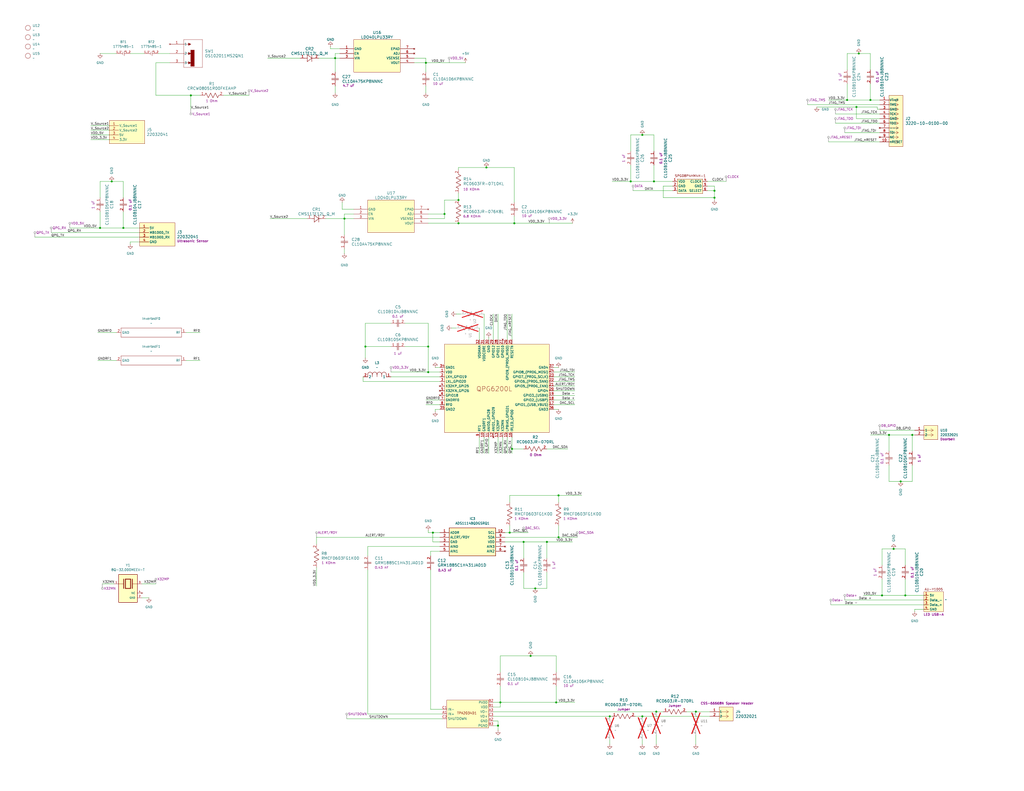
<source format=kicad_sch>
(kicad_sch (version 20250114) (generator "eeschema") (generator_version "9.0")
  (paper "C")
  (lib_symbols
    (symbol "1775485-1:1775485-1" (pin_names (offset 1.016) (hide yes))
      (property "Reference" "BT" (at 2.54 2.794 0))
      (property "Value" "1775485-1" (at -1.27 -3.81 0))
      (symbol "1775485-1_1_0"
        (pin power_in line (at 0 0 0) (length 2.54) (name "~") (number "1_1"))
        (pin power_out line (at 7.62 0 180) (length 2.54) (name "~") (number "1_2"))
      )
    )
    (symbol "22032041:22032041" (pin_names (offset 0.254))
      (property "Reference" "J" (at 9.652 6.858 0))
      (property "Value" "22032041" (at 9.906 4.318 0))
      (symbol "22032041_1_1"
        (pin power_in line (at 0 0 0) (length 5.08) (name "5V") (number "1"))
        (pin output line (at 0 -2.54 0) (length 5.08) (name "MB1000_TX") (number "2"))
        (pin input line (at 0 -5.08 0) (length 5.08) (name "MB1000_RX") (number "3"))
        (pin power_in line (at 0 -7.62 0) (length 5.08) (name "GND") (number "4"))
      )
      (symbol "22032041_1_2"
        (pin unspecified line (at 0 0 0) (length 5.08) (name "1") (number "1"))
        (pin unspecified line (at 0 -2.54 0) (length 5.08) (name "2") (number "2"))
        (pin unspecified line (at 0 -5.08 0) (length 5.08) (name "3") (number "3"))
        (pin unspecified line (at 0 -7.62 0) (length 5.08) (name "4") (number "4"))
      )
    )
    (symbol "22032041_1" (pin_names (offset 0.254))
      (property "Reference" "J5" (at 20.32 -2.2859 0))
      (property "Value" "22032041" (at 20.32 -4.8259 0))
      (symbol "22032041_1_1_1"
        (pin power_in line (at 0 0 0) (length 5.08) (name "V_Source1") (number "1"))
        (pin power_in line (at 0 -2.54 0) (length 5.08) (name "V_Source2") (number "2"))
        (pin power_in line (at 0 -5.08 0) (length 5.08) (name "5V") (number "3"))
        (pin power_in line (at 0 -7.62 0) (length 5.08) (name "3.3V") (number "4"))
      )
      (symbol "22032041_1_1_2"
        (pin unspecified line (at 0 0 0) (length 5.08) (name "1") (number "1"))
        (pin unspecified line (at 0 -2.54 0) (length 5.08) (name "2") (number "2"))
        (pin unspecified line (at 0 -5.08 0) (length 5.08) (name "3") (number "3"))
        (pin unspecified line (at 0 -7.62 0) (length 5.08) (name "4") (number "4"))
      )
    )
    (symbol "8Q-32.000MEEV-T:8Q-32.000MEEV-T" (pin_names (offset 1.016))
      (property "Reference" "Y" (at -5.08 8.89 0))
      (property "Value" "8Q-32.000MEEV-T" (at -5.1054 -10.16 0))
      (symbol "8Q-32.000MEEV-T_0_0"
        (pin passive line (at -7.62 2.54 0) (length 2.54) (name "~") (number "1"))
        (pin passive line (at 7.62 2.54 180) (length 2.54) (name "~") (number "3"))
        (pin no_connect line (at 7.62 -2.54 180) (length 2.54) (name "NC") (number "4"))
        (pin power_in line (at 7.62 -5.08 180) (length 2.54) (name "GND") (number "2"))
      )
    )
    (symbol "ADS1114BQDGSRQ1:ADS1114BQDGSRQ1"
      (property "Reference" "IC" (at 31.75 7.62 0))
      (property "Value" "ADS1114BQDGSRQ1" (at 31.75 5.08 0))
      (symbol "ADS1114BQDGSRQ1_1_1"
        (pin power_in line (at 0 0 0) (length 5.08) (name "ADDR") (number "1"))
        (pin bidirectional line (at 0 -2.54 0) (length 5.08) (name "ALERT/RDY") (number "2"))
        (pin power_in line (at 0 -5.08 0) (length 5.08) (name "GND") (number "3"))
        (pin output line (at 0 -7.62 0) (length 5.08) (name "AIN0") (number "4"))
        (pin output line (at 0 -10.16 0) (length 5.08) (name "AIN1") (number "5"))
        (pin bidirectional line (at 35.56 0 180) (length 5.08) (name "SCL") (number "10"))
        (pin bidirectional line (at 35.56 -2.54 180) (length 5.08) (name "SDA") (number "9"))
        (pin power_in line (at 35.56 -5.08 180) (length 5.08) (name "VDD") (number "8"))
        (pin no_connect line (at 35.56 -7.62 180) (length 5.08) (name "AIN3") (number "7"))
        (pin no_connect line (at 35.56 -10.16 180) (length 5.08) (name "AIN2") (number "6"))
      )
    )
    (symbol "AU-Y1005:AU-Y1005"
      (symbol "AU-Y1005_1_1"
        (text "AU-Y1005" (at 5.334 3.302 0) (effects (font (size 1.27 1.27))))
        (pin power_in line (at 0 0 0) (length 2.54) (name "5V") (number "1"))
        (pin bidirectional line (at 0 -2.54 0) (length 2.54) (name "Data_-") (number "2"))
        (pin bidirectional line (at 0 -5.08 0) (length 2.54) (name "Data_+") (number "3"))
        (pin power_in line (at 0 -7.62 0) (length 2.54) (name "GND") (number "4"))
      )
    )
    (symbol "CL10B104JB8NNNC_1" (pin_names (offset 0.254))
      (property "Reference" "C" (at 3.81 3.81 0))
      (property "Value" "CL10B104JB8NNNC" (at 3.81 -3.81 0))
      (symbol "CL10B104JB8NNNC_1_1_1"
        (pin power_in line (at 0 0 0) (length 2.54) (name "") (number "1"))
        (pin power_in line (at 7.62 0 180) (length 2.54) (name "") (number "2"))
      )
      (symbol "CL10B104JB8NNNC_1_1_2"
        (pin unspecified line (at 0 0 270) (length 2.54) (name "") (number "1"))
        (pin unspecified line (at 0 -7.62 90) (length 2.54) (name "") (number "2"))
      )
    )
    (symbol "CL10B104JB8NNNC_2" (pin_names (offset 0.254))
      (property "Reference" "C" (at 3.81 3.81 0))
      (property "Value" "CL10B104JB8NNNC" (at 3.81 -3.81 0))
      (symbol "CL10B104JB8NNNC_2_1_1"
        (pin power_in line (at 0 0 0) (length 2.54) (name "") (number "1"))
        (pin power_in line (at 7.62 0 180) (length 2.54) (name "") (number "2"))
      )
      (symbol "CL10B104JB8NNNC_2_1_2"
        (pin unspecified line (at 0 0 270) (length 2.54) (name "") (number "1"))
        (pin unspecified line (at 0 -7.62 90) (length 2.54) (name "") (number "2"))
      )
    )
    (symbol "CMS11TE12L_Q_M_1" (pin_names (offset 0.254))
      (property "Reference" "CR" (at 5.08 4.445 0))
      (property "Value" "CMS11TE12L_Q_M" (at 5.08 -3.81 0))
      (symbol "CMS11TE12L_Q_M_1_1_1"
        (pin power_in line (at 0 0 0) (length 2.54) (name "") (number "1"))
        (pin power_out line (at 10.16 0 180) (length 2.54) (name "") (number "2"))
      )
      (symbol "CMS11TE12L_Q_M_1_1_2"
        (pin unspecified line (at 0 10.16 270) (length 2.54) (name "") (number "1"))
        (pin unspecified line (at 0 0 90) (length 2.54) (name "") (number "2"))
      )
    )
    (symbol "Capacitor 0.1uF:CL10B104JB8NNNC" (pin_names (offset 0.254))
      (property "Reference" "C" (at 3.81 3.81 0))
      (property "Value" "CL10B104JB8NNNC" (at 3.81 -3.81 0))
      (symbol "CL10B104JB8NNNC_1_1"
        (pin power_in line (at 0 0 0) (length 2.54) (name "") (number "1"))
        (pin power_in line (at 7.62 0 180) (length 2.54) (name "") (number "2"))
      )
      (symbol "CL10B104JB8NNNC_1_2"
        (pin unspecified line (at 0 0 270) (length 2.54) (name "") (number "1"))
        (pin unspecified line (at 0 -7.62 90) (length 2.54) (name "") (number "2"))
      )
    )
    (symbol "Capacitor 1 uF:CL10B105KP8NNNC" (pin_names (offset 0.254))
      (property "Reference" "C" (at 3.81 3.81 0))
      (property "Value" "CL10B105KP8NNNC" (at 3.81 -3.81 0))
      (symbol "CL10B105KP8NNNC_1_1"
        (pin power_in line (at 0 0 0) (length 2.54) (name "") (number "1"))
        (pin power_in line (at 7.62 0 180) (length 2.54) (name "") (number "2"))
      )
      (symbol "CL10B105KP8NNNC_1_2"
        (pin unspecified line (at 0 0 270) (length 2.54) (name "") (number "1"))
        (pin unspecified line (at 0 -7.62 90) (length 2.54) (name "") (number "2"))
      )
    )
    (symbol "Capacitor 10uF:CL10A106KP8NNNC" (pin_names (offset 0.254))
      (property "Reference" "C" (at 3.81 3.81 0))
      (property "Value" "CL10A106KP8NNNC" (at 3.81 -3.81 0))
      (symbol "CL10A106KP8NNNC_1_1"
        (pin power_in line (at 0 0 0) (length 2.54) (name "") (number "1"))
        (pin power_in line (at 7.62 0 180) (length 2.54) (name "") (number "2"))
      )
      (symbol "CL10A106KP8NNNC_1_2"
        (pin unspecified line (at 0 0 270) (length 2.54) (name "") (number "1"))
        (pin unspecified line (at 0 -7.62 90) (length 2.54) (name "") (number "2"))
      )
    )
    (symbol "Capacitor 4.7 uF:CL10A475KP8NNNC" (pin_names (offset 0.254))
      (property "Reference" "C" (at 3.81 3.81 0))
      (property "Value" "CL10A475KP8NNNC" (at 3.81 -3.81 0))
      (symbol "CL10A475KP8NNNC_1_1"
        (pin power_in line (at 0 0 0) (length 2.54) (name "") (number "1"))
        (pin power_in line (at 7.62 0 180) (length 2.54) (name "") (number "2"))
      )
      (symbol "CL10A475KP8NNNC_1_2"
        (pin unspecified line (at 0 0 270) (length 2.54) (name "") (number "1"))
        (pin unspecified line (at 0 -7.62 90) (length 2.54) (name "") (number "2"))
      )
    )
    (symbol "Capacitor 430pF:GRM1885C1H431JA01D" (pin_names (offset 0.254))
      (property "Reference" "C" (at 3.81 3.81 0))
      (property "Value" "GRM1885C1H431JA01D" (at 3.81 -3.81 0))
      (symbol "GRM1885C1H431JA01D_1_1"
        (pin output line (at 0 0 0) (length 2.54) (name "") (number "1"))
        (pin input line (at 7.62 0 180) (length 2.54) (name "") (number "2"))
      )
      (symbol "GRM1885C1H431JA01D_1_2"
        (pin unspecified line (at 0 0 270) (length 2.54) (name "") (number "1"))
        (pin unspecified line (at 0 -7.62 90) (length 2.54) (name "") (number "2"))
      )
    )
    (symbol "Diode CMS11:CMS11TE12L_Q_M" (pin_names (offset 0.254))
      (property "Reference" "CR" (at 5.08 4.445 0))
      (property "Value" "CMS11TE12L_Q_M" (at 5.08 -3.81 0))
      (symbol "CMS11TE12L_Q_M_1_1"
        (pin power_in line (at 0 0 0) (length 2.54) (name "") (number "1"))
        (pin power_out line (at 10.16 0 180) (length 2.54) (name "") (number "2"))
      )
      (symbol "CMS11TE12L_Q_M_1_2"
        (pin unspecified line (at 0 10.16 270) (length 2.54) (name "") (number "1"))
        (pin unspecified line (at 0 0 90) (length 2.54) (name "") (number "2"))
      )
    )
    (symbol "Doorbell:Doorbell"
      (property "Reference" "U" (at -1.27 2.286 0))
      (symbol "Doorbell_1_1"
        (pin bidirectional line (at -7.62 -2.54 0) (length 5.08) (name "1") (number "1"))
        (pin power_in line (at -7.62 -5.08 0) (length 5.08) (name "2") (number "2"))
      )
    )
    (symbol "Inverted_F_Antenna:_1"
      (property "Reference" "InvertedF" (at 19.304 2.54 0))
      (symbol "_1_1_1"
        (pin power_out line (at 1.27 2.54 0) (length 2.54) (name "GND") (number "2"))
        (pin power_in line (at 39.37 2.54 180) (length 2.54) (name "RF") (number "1"))
      )
    )
    (symbol "J-Link Header:3220-10-0100-00" (pin_names (offset 0.254))
      (property "Reference" "J" (at 8.89 6.35 0))
      (property "Value" "3220-10-0100-00" (at 0 0 0))
      (symbol "3220-10-0100-00_1_1"
        (pin power_in line (at 0 0 0) (length 5.08) (name "VTref") (number "1"))
        (pin output line (at 0 -2.54 0) (length 5.08) (name "TMS") (number "2"))
        (pin power_in line (at 0 -5.08 0) (length 5.08) (name "GND") (number "3"))
        (pin output line (at 0 -7.62 0) (length 5.08) (name "TCK") (number "4"))
        (pin power_in line (at 0 -10.16 0) (length 5.08) (name "GND") (number "5"))
        (pin input line (at 0 -12.7 0) (length 5.08) (name "TDO") (number "6"))
        (pin no_connect line (at 0 -15.24 0) (length 5.08) (name "---") (number "7"))
        (pin output line (at 0 -17.78 0) (length 5.08) (name "TDI") (number "8"))
        (pin no_connect line (at 0 -20.32 0) (length 5.08) (name "NC") (number "9"))
        (pin bidirectional line (at 0 -22.86 0) (length 5.08) (name "nRESET") (number "10"))
      )
      (symbol "3220-10-0100-00_1_2"
        (pin unspecified line (at 0 0 0) (length 5.08) (name "1") (number "1"))
        (pin unspecified line (at 0 -2.54 0) (length 5.08) (name "2") (number "2"))
        (pin unspecified line (at 0 -5.08 0) (length 5.08) (name "3") (number "3"))
        (pin unspecified line (at 0 -7.62 0) (length 5.08) (name "4") (number "4"))
        (pin unspecified line (at 0 -10.16 0) (length 5.08) (name "5") (number "5"))
        (pin unspecified line (at 0 -12.7 0) (length 5.08) (name "6") (number "6"))
        (pin unspecified line (at 0 -15.24 0) (length 5.08) (name "7") (number "7"))
        (pin unspecified line (at 0 -17.78 0) (length 5.08) (name "8") (number "8"))
        (pin unspecified line (at 0 -20.32 0) (length 5.08) (name "9") (number "9"))
        (pin unspecified line (at 0 -22.86 0) (length 5.08) (name "10") (number "10"))
      )
    )
    (symbol "LDO40LPU33RY:LDO40LPU33RY" (pin_names (offset 0.254))
      (property "Reference" "U" (at 20.32 10.16 0))
      (property "Value" "LDO40LPU33RY" (at 20.32 7.62 0))
      (symbol "LDO40LPU33RY_0_1"
        (pin power_in line (at 0 0 0) (length 7.62) (name "GND") (number "1"))
      )
      (symbol "LDO40LPU33RY_1_1"
        (pin power_in line (at 0 -2.54 0) (length 7.62) (name "EN") (number "2"))
        (pin power_in line (at 0 -5.08 0) (length 7.62) (name "VIN") (number "3"))
        (pin no_connect line (at 40.64 0 180) (length 7.62) (name "EPAD") (number "7"))
        (pin power_in line (at 40.64 -2.54 180) (length 7.62) (name "ADJ") (number "6"))
        (pin power_in line (at 40.64 -5.08 180) (length 7.62) (name "VSENSE") (number "5"))
        (pin power_out line (at 40.64 -7.62 180) (length 7.62) (name "VOUT") (number "4"))
      )
    )
    (symbol "LDO40LPU33RY_1" (pin_names (offset 0.254))
      (property "Reference" "U16" (at 20.32 8.89 0))
      (property "Value" "LDO40LPU33RY" (at 20.32 6.35 0))
      (symbol "LDO40LPU33RY_1_0_1"
        (pin power_in line (at 0 0 0) (length 7.62) (name "GND") (number "1"))
      )
      (symbol "LDO40LPU33RY_1_1_1"
        (pin power_in line (at 0 -2.54 0) (length 7.62) (name "EN") (number "2"))
        (pin power_in line (at 0 -5.08 0) (length 7.62) (name "VIN") (number "3"))
        (pin no_connect line (at 40.64 0 180) (length 7.62) (name "EPAD") (number "7"))
        (pin no_connect line (at 40.64 -2.54 180) (length 7.62) (name "ADJ") (number "6"))
        (pin power_in line (at 40.64 -5.08 180) (length 7.62) (name "VSENSE") (number "5"))
        (pin power_out line (at 40.64 -7.62 180) (length 7.62) (name "VOUT") (number "4"))
      )
    )
    (symbol "LQM18PN3R3MFRL:LQM18PN3R3MFRL"
      (property "Reference" "LQM18PN3R3MFRL" (at 0 -5.08 0))
      (symbol "LQM18PN3R3MFRL_1_1"
        (pin bidirectional line (at -7.62 -2.54 0) (length 2.54) (name "2") (number "2"))
        (pin bidirectional line (at 7.62 -2.54 180) (length 2.54) (name "1") (number "1"))
      )
    )
    (symbol "Mounting:MountHole"
      (property "Reference" "U" (at 0 3.81 0))
    )
    (symbol "Power Switch:OS102011MS2QN1" (pin_names (offset 0.254))
      (property "Reference" "SW" (at 13.97 8.255 0))
      (property "Value" "OS102011MS2QN1" (at 20.32 5.08 0))
      (symbol "OS102011MS2QN1_1_1"
        (pin no_connect line (at 0 0 0) (length 7.62) (name "1") (number "1"))
        (pin power_in line (at 0 -5.08 0) (length 7.62) (name "2") (number "2"))
        (pin power_out line (at 0 -10.16 0) (length 7.62) (name "3") (number "3"))
      )
    )
    (symbol "QPG6200L:IM69D127"
      (symbol "IM69D127_1_1"
        (text "SPG08P4HM4H-1" (at -11.938 15.748 0) (effects (font (size 1.27 1.27))))
        (pin power_in line (at -21.59 12.7 0) (length 2.54) (name "VDD") (number "1"))
        (pin power_in line (at -21.59 10.16 0) (length 2.54) (name "GND") (number "2"))
        (pin output line (at -21.59 7.62 0) (length 2.54) (name "DATA") (number "3"))
        (pin input line (at -2.54 12.7 180) (length 2.54) (name "CLOCK") (number "4"))
        (pin power_in line (at -2.54 10.16 180) (length 2.54) (name "GND") (number "5"))
        (pin power_in line (at -2.54 7.62 180) (length 2.54) (name "SELECT") (number "6"))
      )
    )
    (symbol "QPG6200L:QPG6200L"
      (symbol "QPG6200L_1_1"
        (text "QPG6200L" (at -2.032 -0.254 0) (effects (font (size 2.54 2.54))))
        (pin power_in line (at -31.75 11.43 0) (length 2.54) (name "GND1") (number "34"))
        (pin power_in line (at -31.75 8.89 0) (length 2.54) (name "VDD") (number "1"))
        (pin bidirectional line (at -31.75 6.35 0) (length 2.54) (name "LXH_GPIO19") (number "2"))
        (pin bidirectional line (at -31.75 3.81 0) (length 2.54) (name "LXL_GPIO20") (number "3"))
        (pin no_connect line (at -31.75 1.27 0) (length 2.54) (name "X32KP_GPI25") (number "4"))
        (pin no_connect line (at -31.75 -1.27 0) (length 2.54) (name "X32KN_GPI26") (number "5"))
        (pin no_connect line (at -31.75 -3.81 0) (length 2.54) (name "GPIO18") (number "6"))
        (pin power_in line (at -31.75 -6.35 0) (length 2.54) (name "GNDRF0") (number "7"))
        (pin power_out line (at -31.75 -8.89 0) (length 2.54) (name "RF0") (number "8"))
        (pin power_out line (at -31.75 -11.43 0) (length 2.54) (name "GND2") (number "35"))
        (pin output line (at -10.16 26.67 270) (length 2.54) (name "VDDANA") (number "32"))
        (pin power_out line (at -10.16 -26.67 90) (length 2.54) (name "RF1") (number "9"))
        (pin output line (at -7.62 26.67 270) (length 2.54) (name "VDDCORE") (number "31"))
        (pin power_in line (at -7.62 -26.67 90) (length 2.54) (name "GNDRF1") (number "10"))
        (pin power_in line (at -5.08 26.67 270) (length 2.54) (name "GND") (number "30"))
        (pin bidirectional line (at -5.08 -26.67 90) (length 2.54) (name "ANIO0_GPI28") (number "11"))
        (pin bidirectional line (at -2.54 26.67 270) (length 2.54) (name "GPIO12") (number "29"))
        (pin no_connect line (at -2.54 -26.67 90) (length 2.54) (name "ANIO1_GPIO29") (number "12"))
        (pin bidirectional line (at 0 26.67 270) (length 2.54) (name "GPIO11") (number "28"))
        (pin input line (at 0 -26.67 90) (length 2.54) (name "X32MP") (number "13"))
        (pin no_connect line (at 2.54 26.67 270) (length 2.54) (name "GPIO10") (number "27"))
        (pin input line (at 2.54 -26.67 90) (length 2.54) (name "X32MN") (number "14"))
        (pin bidirectional line (at 5.08 26.67 270) (length 2.54) (name "GPIO9_(PROG_MISO)") (number "26"))
        (pin bidirectional line (at 5.08 -26.67 90) (length 2.54) (name "LPBIAS_GPIO21") (number "15"))
        (pin bidirectional line (at 7.62 26.67 270) (length 2.54) (name "RESETN") (number "25"))
        (pin bidirectional line (at 7.62 -26.67 90) (length 2.54) (name "IRLED_GPIO0") (number "16"))
        (pin power_in line (at 30.48 11.43 180) (length 2.54) (name "GND4") (number "37"))
        (pin bidirectional line (at 30.48 8.89 180) (length 2.54) (name "GPIO8_(PROG_MOSI)") (number "24"))
        (pin bidirectional line (at 30.48 6.35 180) (length 2.54) (name "GPIO7_(PROG_SCLK)") (number "23"))
        (pin bidirectional line (at 30.48 3.81 180) (length 2.54) (name "GPIO6_(PROG_SNN)") (number "22"))
        (pin bidirectional line (at 30.48 1.27 180) (length 2.54) (name "GPIO5_(PROG_ENN)") (number "21"))
        (pin bidirectional line (at 30.48 -1.27 180) (length 2.54) (name "GPIO4") (number "20"))
        (pin bidirectional line (at 30.48 -3.81 180) (length 2.54) (name "GPIO3_(USBN)") (number "19"))
        (pin bidirectional line (at 30.48 -6.35 180) (length 2.54) (name "GPIO2_(USBP)") (number "18"))
        (pin bidirectional line (at 30.48 -8.89 180) (length 2.54) (name "GPIO1_(USB_VBUS)") (number "17"))
        (pin power_in line (at 30.48 -11.43 180) (length 2.54) (name "GND3") (number "36"))
      )
    )
    (symbol "QPG6200L:TPA2034D1"
      (symbol "TPA2034D1_1_1"
        (text "TPA2034D1" (at -11.938 5.588 0) (effects (font (size 1.27 1.27))))
        (pin input line (at -25.4 7.62 0) (length 2.54) (name "IN-") (number "C1"))
        (pin input line (at -25.4 5.08 0) (length 2.54) (name "IN+") (number "A1"))
        (pin input line (at -25.4 2.54 0) (length 2.54) (name "SHUTDOWN") (number "C2"))
        (pin power_in line (at 2.54 11.43 180) (length 2.54) (name "PVDD") (number "B2"))
        (pin power_in line (at 2.54 8.89 180) (length 2.54) (name "VDD") (number "B1"))
        (pin output line (at 2.54 6.35 180) (length 2.54) (name "VO-") (number "A3"))
        (pin output line (at 2.54 3.81 180) (length 2.54) (name "VO+") (number "C3"))
        (pin power_in line (at 2.54 1.27 180) (length 2.54) (name "GND") (number "A2"))
        (pin power_in line (at 2.54 -1.27 180) (length 2.54) (name "PGND") (number "B3"))
      )
    )
    (symbol "RC0603JR-076K8L_1" (pin_names (offset 0.254))
      (property "Reference" "R" (at 5.08 3.302 0))
      (property "Value" "RC0603JR-076K8L" (at 6.35 -3.81 0))
      (symbol "RC0603JR-076K8L_1_1_1"
        (pin power_in line (at -1.27 0 0) (length 2.54) (name "") (number "1"))
        (pin power_out line (at 11.43 0 180) (length 2.54) (name "") (number "2"))
      )
      (symbol "RC0603JR-076K8L_1_1_2"
        (pin unspecified line (at 0 12.7 270) (length 2.54) (name "") (number "1"))
        (pin unspecified line (at 0 0 90) (length 2.54) (name "") (number "2"))
      )
    )
    (symbol "Resistor 0 Ohm:RC0603JR-070RL" (pin_names (offset 0.254))
      (property "Reference" "R" (at 5.715 3.81 0))
      (property "Value" "RC0603JR-070RL" (at 6.35 -3.81 0))
      (symbol "RC0603JR-070RL_1_1"
        (pin input line (at 0 0 0) (length 2.54) (name "") (number "1"))
        (pin output line (at 12.7 0 180) (length 2.54) (name "") (number "2"))
      )
      (symbol "RC0603JR-070RL_1_2"
        (pin unspecified line (at 0 12.7 270) (length 2.54) (name "") (number "1"))
        (pin unspecified line (at 0 0 90) (length 2.54) (name "") (number "2"))
      )
    )
    (symbol "Resistor 0 Ohm:Shunt"
      (property "Reference" "U" (at 1.524 3.302 0))
      (symbol "Shunt_1_1"
        (pin input line (at -6.35 0 0) (length 2.54) (name "") (number "1"))
        (pin power_in line (at 6.35 0 180) (length 2.54) (name "") (number "2"))
      )
    )
    (symbol "Resistor 1 Ohm (0805):CRCW08051R00FKEAHP" (pin_names (offset 0.254))
      (property "Reference" "R" (at 5.715 3.81 0))
      (property "Value" "CRCW08051R00FKEAHP" (at 6.35 -3.81 0))
      (symbol "CRCW08051R00FKEAHP_1_1"
        (pin power_in line (at 0 0 0) (length 2.54) (name "") (number "1"))
        (pin power_out line (at 12.7 0 180) (length 2.54) (name "") (number "2"))
      )
      (symbol "CRCW08051R00FKEAHP_1_2"
        (pin unspecified line (at 0 12.7 270) (length 2.54) (name "") (number "1"))
        (pin unspecified line (at 0 0 90) (length 2.54) (name "") (number "2"))
      )
    )
    (symbol "Resistor 10 KOhm:RC0603FR-0710KL" (pin_names (offset 0.254))
      (property "Reference" "R" (at 5.715 3.81 0))
      (property "Value" "RC0603FR-0710KL" (at 6.35 -3.81 0))
      (symbol "RC0603FR-0710KL_1_1"
        (pin power_in line (at 0 0 0) (length 2.54) (name "") (number "1"))
        (pin power_in line (at 12.7 0 180) (length 2.54) (name "") (number "2"))
      )
      (symbol "RC0603FR-0710KL_1_2"
        (pin unspecified line (at 0 12.7 270) (length 2.54) (name "") (number "1"))
        (pin unspecified line (at 0 0 90) (length 2.54) (name "") (number "2"))
      )
    )
    (symbol "Resistor 1KOhm:RMCF0603FG1K00" (pin_names (offset 0.254))
      (property "Reference" "R" (at 5.715 3.81 0))
      (property "Value" "RMCF0603FG1K00" (at 6.35 -3.81 0))
      (symbol "RMCF0603FG1K00_1_1"
        (pin power_in line (at 0 0 0) (length 2.54) (name "") (number "1"))
        (pin bidirectional line (at 12.7 0 180) (length 2.54) (name "") (number "2"))
      )
      (symbol "RMCF0603FG1K00_1_2"
        (pin unspecified line (at 0 12.7 270) (length 2.54) (name "") (number "1"))
        (pin unspecified line (at 0 0 90) (length 2.54) (name "") (number "2"))
      )
    )
    (symbol "Speaker header:22032021" (pin_names (offset 0.254))
      (property "Reference" "J" (at 8.89 6.35 0))
      (property "Value" "22032021" (at 9.398 3.81 0))
      (symbol "22032021_1_1"
        (pin input line (at 0 0 0) (length 5.08) (name "1") (number "1"))
        (pin input line (at 0 -2.54 0) (length 5.08) (name "2") (number "2"))
      )
      (symbol "22032021_1_2"
        (pin unspecified line (at 0 0 0) (length 5.08) (name "1") (number "1"))
        (pin unspecified line (at 0 -2.54 0) (length 5.08) (name "2") (number "2"))
      )
    )
    (symbol "power:+3.3V" (power) (pin_numbers (hide yes)) (pin_names (offset 0) (hide yes))
      (property "Value" "+3.3V" (at 0 3.556 0))
      (symbol "+3.3V_1_1"
        (pin power_in line (at 0 0 90) (length 0) (name "~") (number "1"))
      )
    )
    (symbol "power:+5V" (power) (pin_numbers (hide yes)) (pin_names (offset 0) (hide yes))
      (property "Value" "+5V" (at 0 3.556 0))
      (symbol "+5V_1_1"
        (pin power_in line (at 0 0 90) (length 0) (name "~") (number "1"))
      )
    )
    (symbol "power:GND" (power) (pin_numbers (hide yes)) (pin_names (offset 0) (hide yes))
      (property "Value" "GND" (at 0 -3.81 0))
      (symbol "GND_1_1"
        (pin power_in line (at 0 0 270) (length 0) (name "~") (number "1"))
      )
    )
  )
  (junction (at 236.22 290.83))
  (junction (at 358.14 388.62))
  (junction (at 250.19 121.92))
  (junction (at 233.68 189.23))
  (junction (at 278.13 290.83))
  (junction (at 350.52 73.66))
  (junction (at 468.63 29.21))
  (junction (at 485.14 237.49))
  (junction (at 332.74 391.16))
  (junction (at 491.49 262.89))
  (junction (at 273.05 383.54))
  (junction (at 242.57 116.84))
  (junction (at 303.53 383.54))
  (junction (at 304.8 293.37))
  (junction (at 298.45 295.91))
  (junction (at 389.89 107.95))
  (junction (at 232.41 34.29))
  (junction (at 474.98 54.61))
  (junction (at 233.68 203.2))
  (junction (at 104.14 52.07))
  (junction (at 271.78 396.24))
  (junction (at 379.73 388.62))
  (junction (at 481.33 325.12))
  (junction (at 344.17 99.06))
  (junction (at 54.61 124.46))
  (junction (at 487.68 299.72))
  (junction (at 182.88 31.75))
  (junction (at 356.87 99.06))
  (junction (at 199.39 189.23))
  (junction (at 350.52 391.16))
  (junction (at 289.56 358.14))
  (junction (at 389.89 104.14))
  (junction (at 494.03 325.12))
  (junction (at 67.31 124.46))
  (junction (at 467.36 58.42))
  (junction (at 250.19 109.22))
  (junction (at 304.8 270.51))
  (junction (at 265.43 91.44))
  (junction (at 292.1 321.31))
  (junction (at 280.67 121.92))
  (junction (at 60.96 99.06))
  (junction (at 497.84 237.49))
  (junction (at 462.28 54.61))
  (junction (at 187.96 119.38))
  (junction (at 279.4 245.11))
  (junction (at 285.75 295.91))
  (wire (pts (xy 104.14 52.07) (xy 104.14 59.69)))
  (wire (pts (xy 468.63 29.21) (xy 462.28 29.21)))
  (wire (pts (xy 271.78 396.24) (xy 271.78 398.78)))
  (wire (pts (xy 67.31 124.46) (xy 67.31 115.57)))
  (wire (pts (xy 386.08 104.14) (xy 389.89 104.14)))
  (wire (pts (xy 86.36 29.21) (xy 92.71 29.21)))
  (wire (pts (xy 266.7 238.76) (xy 266.7 247.65)))
  (wire (pts (xy 462.28 45.72) (xy 462.28 54.61)))
  (wire (pts (xy 271.78 171.45) (xy 271.78 185.42)))
  (wire (pts (xy 356.87 99.06) (xy 367.03 99.06)))
  (wire (pts (xy 356.87 99.06) (xy 356.87 90.17)))
  (wire (pts (xy 266.7 184.15) (xy 266.7 185.42)))
  (wire (pts (xy 213.36 176.53) (xy 199.39 176.53)))
  (wire (pts (xy 232.41 46.99) (xy 232.41 50.8)))
  (wire (pts (xy 478.79 58.42) (xy 478.79 59.69)))
  (wire (pts (xy 279.4 245.11) (xy 279.4 247.65)))
  (wire (pts (xy 358.14 401.32) (xy 358.14 406.4)))
  (wire (pts (xy 332.74 391.16) (xy 334.01 391.16)))
  (wire (pts (xy 474.98 38.1) (xy 474.98 29.21)))
  (wire (pts (xy 445.77 58.42) (xy 467.36 58.42)))
  (wire (pts (xy 389.89 101.6) (xy 389.89 104.14)))
  (wire (pts (xy 67.31 124.46) (xy 76.2 124.46)))
  (wire (pts (xy 494.03 325.12) (xy 494.03 316.23)))
  (wire (pts (xy 504.19 332.74) (xy 499.11 332.74)))
  (wire (pts (xy 304.8 270.51) (xy 304.8 274.32)))
  (wire (pts (xy 302.26 215.9) (xy 313.69 215.9)))
  (wire (pts (xy 109.22 181.61) (xy 101.6 181.61)))
  (wire (pts (xy 358.14 388.62) (xy 361.95 388.62)))
  (wire (pts (xy 298.45 295.91) (xy 312.42 295.91)))
  (wire (pts (xy 232.41 218.44) (xy 240.03 218.44)))
  (wire (pts (xy 226.06 34.29) (xy 232.41 34.29)))
  (wire (pts (xy 279.4 238.76) (xy 279.4 245.11)))
  (wire (pts (xy 121.92 52.07) (xy 135.89 52.07)))
  (wire (pts (xy 264.16 238.76) (xy 264.16 247.65)))
  (wire (pts (xy 494.03 308.61) (xy 494.03 299.72)))
  (wire (pts (xy 302.26 210.82) (xy 313.69 210.82)))
  (wire (pts (xy 177.8 119.38) (xy 187.96 119.38)))
  (wire (pts (xy 269.24 393.7) (xy 271.78 393.7)))
  (wire (pts (xy 499.11 332.74) (xy 499.11 334.01)))
  (wire (pts (xy 344.17 90.17) (xy 344.17 99.06)))
  (wire (pts (xy 187.96 119.38) (xy 187.96 128.27)))
  (wire (pts (xy 271.78 393.7) (xy 271.78 396.24)))
  (wire (pts (xy 275.59 290.83) (xy 278.13 290.83)))
  (wire (pts (xy 278.13 270.51) (xy 304.8 270.51)))
  (wire (pts (xy 261.62 179.07) (xy 261.62 185.42)))
  (wire (pts (xy 344.17 99.06) (xy 356.87 99.06)))
  (wire (pts (xy 379.73 388.62) (xy 387.35 388.62)))
  (wire (pts (xy 452.12 54.61) (xy 462.28 54.61)))
  (wire (pts (xy 49.53 68.58) (xy 59.69 68.58)))
  (wire (pts (xy 280.67 110.49) (xy 280.67 91.44)))
  (wire (pts (xy 182.88 31.75) (xy 185.42 31.75)))
  (wire (pts (xy 280.67 91.44) (xy 265.43 91.44)))
  (wire (pts (xy 285.75 321.31) (xy 292.1 321.31)))
  (wire (pts (xy 261.62 238.76) (xy 261.62 247.65)))
  (wire (pts (xy 278.13 290.83) (xy 288.29 290.83)))
  (wire (pts (xy 200.66 389.89) (xy 241.3 389.89)))
  (wire (pts (xy 474.98 54.61) (xy 474.98 45.72)))
  (wire (pts (xy 173.99 31.75) (xy 182.88 31.75)))
  (wire (pts (xy 481.33 316.23) (xy 481.33 325.12)))
  (wire (pts (xy 233.68 290.83) (xy 236.22 290.83)))
  (wire (pts (xy 85.09 52.07) (xy 104.14 52.07)))
  (wire (pts (xy 345.44 104.14) (xy 367.03 104.14)))
  (wire (pts (xy 467.36 58.42) (xy 478.79 58.42)))
  (wire (pts (xy 265.43 91.44) (xy 250.19 91.44)))
  (wire (pts (xy 237.49 224.79) (xy 237.49 223.52)))
  (wire (pts (xy 276.86 171.45) (xy 276.86 185.42)))
  (wire (pts (xy 233.68 289.56) (xy 233.68 290.83)))
  (wire (pts (xy 269.24 396.24) (xy 271.78 396.24)))
  (wire (pts (xy 274.32 238.76) (xy 274.32 247.65)))
  (wire (pts (xy 236.22 295.91) (xy 236.22 290.83)))
  (wire (pts (xy 350.52 403.86) (xy 350.52 406.4)))
  (wire (pts (xy 485.14 237.49) (xy 497.84 237.49)))
  (wire (pts (xy 200.66 311.15) (xy 200.66 389.89)))
  (wire (pts (xy 104.14 52.07) (xy 109.22 52.07)))
  (wire (pts (xy 67.31 99.06) (xy 60.96 99.06)))
  (wire (pts (xy 233.68 203.2) (xy 233.68 189.23)))
  (wire (pts (xy 251.46 171.45) (xy 248.92 171.45)))
  (wire (pts (xy 264.16 171.45) (xy 264.16 185.42)))
  (wire (pts (xy 356.87 73.66) (xy 350.52 73.66)))
  (wire (pts (xy 478.79 59.69) (xy 480.06 59.69)))
  (wire (pts (xy 302.26 223.52) (xy 304.8 223.52)))
  (wire (pts (xy 467.36 64.77) (xy 480.06 64.77)))
  (wire (pts (xy 494.03 325.12) (xy 504.19 325.12)))
  (wire (pts (xy 232.41 220.98) (xy 240.03 220.98)))
  (wire (pts (xy 302.26 203.2) (xy 313.69 203.2)))
  (wire (pts (xy 453.39 330.2) (xy 504.19 330.2)))
  (wire (pts (xy 276.86 238.76) (xy 276.86 247.65)))
  (wire (pts (xy 485.14 254) (xy 485.14 262.89)))
  (wire (pts (xy 71.12 29.21) (xy 78.74 29.21)))
  (wire (pts (xy 54.61 99.06) (xy 54.61 107.95)))
  (wire (pts (xy 474.98 237.49) (xy 485.14 237.49)))
  (wire (pts (xy 497.84 246.38) (xy 497.84 237.49)))
  (wire (pts (xy 452.12 77.47) (xy 480.06 77.47)))
  (wire (pts (xy 491.49 262.89) (xy 497.84 262.89)))
  (wire (pts (xy 474.98 54.61) (xy 480.06 54.61)))
  (wire (pts (xy 279.4 245.11) (xy 285.75 245.11)))
  (wire (pts (xy 269.24 383.54) (xy 273.05 383.54)))
  (wire (pts (xy 302.26 213.36) (xy 313.69 213.36)))
  (wire (pts (xy 303.53 383.54) (xy 303.53 374.65)))
  (wire (pts (xy 361.95 107.95) (xy 389.89 107.95)))
  (wire (pts (xy 146.05 31.75) (xy 163.83 31.75)))
  (wire (pts (xy 474.98 29.21) (xy 468.63 29.21)))
  (wire (pts (xy 232.41 34.29) (xy 254 34.29)))
  (wire (pts (xy 233.68 176.53) (xy 220.98 176.53)))
  (wire (pts (xy 237.49 200.66) (xy 240.03 200.66)))
  (wire (pts (xy 19.05 129.54) (xy 76.2 129.54)))
  (wire (pts (xy 279.4 171.45) (xy 279.4 185.42)))
  (wire (pts (xy 250.19 105.41) (xy 250.19 109.22)))
  (wire (pts (xy 193.04 116.84) (xy 187.96 116.84)))
  (wire (pts (xy 38.1 124.46) (xy 54.61 124.46)))
  (wire (pts (xy 280.67 121.92) (xy 312.42 121.92)))
  (wire (pts (xy 101.6 196.85) (xy 109.22 196.85)))
  (wire (pts (xy 302.26 220.98) (xy 313.69 220.98)))
  (wire (pts (xy 242.57 109.22) (xy 242.57 116.84)))
  (wire (pts (xy 292.1 321.31) (xy 298.45 321.31)))
  (wire (pts (xy 280.67 121.92) (xy 280.67 118.11)))
  (wire (pts (xy 440.69 57.15) (xy 480.06 57.15)))
  (wire (pts (xy 298.45 245.11) (xy 309.88 245.11)))
  (wire (pts (xy 234.95 300.99) (xy 240.03 300.99)))
  (wire (pts (xy 285.75 295.91) (xy 298.45 295.91)))
  (wire (pts (xy 350.52 73.66) (xy 344.17 73.66)))
  (wire (pts (xy 332.74 403.86) (xy 332.74 406.4)))
  (wire (pts (xy 54.61 115.57) (xy 54.61 124.46)))
  (wire (pts (xy 49.53 73.66) (xy 59.69 73.66)))
  (wire (pts (xy 361.95 101.6) (xy 367.03 101.6)))
  (wire (pts (xy 186.69 110.49) (xy 186.69 114.3)))
  (wire (pts (xy 298.45 321.31) (xy 298.45 312.42)))
  (wire (pts (xy 302.26 218.44) (xy 313.69 218.44)))
  (wire (pts (xy 27.94 127) (xy 76.2 127)))
  (wire (pts (xy 220.98 189.23) (xy 233.68 189.23)))
  (wire (pts (xy 298.45 304.8) (xy 298.45 295.91)))
  (wire (pts (xy 481.33 299.72) (xy 481.33 308.61)))
  (wire (pts (xy 60.96 99.06) (xy 54.61 99.06)))
  (wire (pts (xy 182.88 46.99) (xy 182.88 50.8)))
  (wire (pts (xy 462.28 29.21) (xy 462.28 38.1)))
  (wire (pts (xy 67.31 107.95) (xy 67.31 99.06)))
  (wire (pts (xy 303.53 383.54) (xy 313.69 383.54)))
  (wire (pts (xy 233.68 116.84) (xy 242.57 116.84)))
  (wire (pts (xy 200.66 303.53) (xy 200.66 298.45)))
  (wire (pts (xy 180.34 25.4) (xy 180.34 26.67)))
  (wire (pts (xy 85.09 34.29) (xy 85.09 52.07)))
  (wire (pts (xy 200.66 298.45) (xy 240.03 298.45)))
  (wire (pts (xy 497.84 262.89) (xy 497.84 254)))
  (wire (pts (xy 271.78 238.76) (xy 271.78 247.65)))
  (wire (pts (xy 285.75 295.91) (xy 285.75 304.8)))
  (wire (pts (xy 237.49 223.52) (xy 240.03 223.52)))
  (wire (pts (xy 49.53 71.12) (xy 59.69 71.12)))
  (wire (pts (xy 374.65 388.62) (xy 379.73 388.62)))
  (wire (pts (xy 334.01 99.06) (xy 344.17 99.06)))
  (wire (pts (xy 186.69 114.3) (xy 193.04 114.3)))
  (wire (pts (xy 497.84 237.49) (xy 499.11 237.49)))
  (wire (pts (xy 55.88 318.77) (xy 62.23 318.77)))
  (wire (pts (xy 71.12 132.08) (xy 71.12 133.35)))
  (wire (pts (xy 234.95 303.53) (xy 234.95 300.99)))
  (wire (pts (xy 386.08 101.6) (xy 389.89 101.6)))
  (wire (pts (xy 304.8 270.51) (xy 317.5 270.51)))
  (wire (pts (xy 285.75 312.42) (xy 285.75 321.31)))
  (wire (pts (xy 172.72 309.88) (xy 172.72 320.04)))
  (wire (pts (xy 273.05 358.14) (xy 289.56 358.14)))
  (wire (pts (xy 226.06 31.75) (xy 232.41 31.75)))
  (wire (pts (xy 53.34 196.85) (xy 63.5 196.85)))
  (wire (pts (xy 303.53 367.03) (xy 303.53 358.14)))
  (wire (pts (xy 172.72 293.37) (xy 240.03 293.37)))
  (wire (pts (xy 273.05 383.54) (xy 303.53 383.54)))
  (wire (pts (xy 494.03 299.72) (xy 487.68 299.72)))
  (wire (pts (xy 234.95 387.35) (xy 241.3 387.35)))
  (wire (pts (xy 481.33 325.12) (xy 494.03 325.12)))
  (wire (pts (xy 49.53 76.2) (xy 59.69 76.2)))
  (wire (pts (xy 302.26 200.66) (xy 304.8 200.66)))
  (wire (pts (xy 250.19 109.22) (xy 242.57 109.22)))
  (wire (pts (xy 76.2 132.08) (xy 71.12 132.08)))
  (wire (pts (xy 54.61 29.21) (xy 63.5 29.21)))
  (wire (pts (xy 471.17 325.12) (xy 481.33 325.12)))
  (wire (pts (xy 361.95 107.95) (xy 361.95 101.6)))
  (wire (pts (xy 275.59 295.91) (xy 285.75 295.91)))
  (wire (pts (xy 85.09 34.29) (xy 92.71 34.29)))
  (wire (pts (xy 302.26 205.74) (xy 313.69 205.74)))
  (wire (pts (xy 275.59 293.37) (xy 304.8 293.37)))
  (wire (pts (xy 455.93 62.23) (xy 480.06 62.23)))
  (wire (pts (xy 461.01 327.66) (xy 504.19 327.66)))
  (wire (pts (xy 304.8 293.37) (xy 314.96 293.37)))
  (wire (pts (xy 455.93 67.31) (xy 480.06 67.31)))
  (wire (pts (xy 303.53 358.14) (xy 289.56 358.14)))
  (wire (pts (xy 386.08 99.06) (xy 396.24 99.06)))
  (wire (pts (xy 213.36 205.74) (xy 240.03 205.74)))
  (wire (pts (xy 379.73 401.32) (xy 379.73 406.4)))
  (wire (pts (xy 278.13 287.02) (xy 278.13 290.83)))
  (wire (pts (xy 198.12 205.74) (xy 198.12 208.28)))
  (wire (pts (xy 233.68 119.38) (xy 242.57 119.38)))
  (wire (pts (xy 182.88 31.75) (xy 182.88 39.37)))
  (wire (pts (xy 172.72 293.37) (xy 172.72 297.18)))
  (wire (pts (xy 187.96 116.84) (xy 187.96 119.38)))
  (wire (pts (xy 302.26 208.28) (xy 313.69 208.28)))
  (wire (pts (xy 234.95 311.15) (xy 234.95 387.35)))
  (wire (pts (xy 187.96 135.89) (xy 187.96 138.43)))
  (wire (pts (xy 389.89 109.22) (xy 389.89 107.95)))
  (wire (pts (xy 487.68 299.72) (xy 481.33 299.72)))
  (wire (pts (xy 182.88 29.21) (xy 182.88 31.75)))
  (wire (pts (xy 462.28 54.61) (xy 474.98 54.61)))
  (wire (pts (xy 269.24 386.08) (xy 273.05 386.08)))
  (wire (pts (xy 54.61 124.46) (xy 67.31 124.46)))
  (wire (pts (xy 461.01 72.39) (xy 480.06 72.39)))
  (wire (pts (xy 233.68 203.2) (xy 240.03 203.2)))
  (wire (pts (xy 269.24 388.62) (xy 358.14 388.62)))
  (wire (pts (xy 346.71 391.16) (xy 350.52 391.16)))
  (wire (pts (xy 199.39 176.53) (xy 199.39 189.23)))
  (wire (pts (xy 467.36 58.42) (xy 467.36 64.77)))
  (wire (pts (xy 304.8 287.02) (xy 304.8 293.37)))
  (wire (pts (xy 242.57 116.84) (xy 242.57 119.38)))
  (wire (pts (xy 232.41 34.29) (xy 232.41 39.37)))
  (wire (pts (xy 233.68 121.92) (xy 250.19 121.92)))
  (wire (pts (xy 480.06 234.95) (xy 499.11 234.95)))
  (wire (pts (xy 269.24 391.16) (xy 332.74 391.16)))
  (wire (pts (xy 273.05 374.65) (xy 273.05 383.54)))
  (wire (pts (xy 53.34 181.61) (xy 63.5 181.61)))
  (wire (pts (xy 485.14 237.49) (xy 485.14 246.38)))
  (wire (pts (xy 389.89 104.14) (xy 389.89 107.95)))
  (wire (pts (xy 77.47 326.39) (xy 81.28 326.39)))
  (wire (pts (xy 278.13 274.32) (xy 278.13 270.51)))
  (wire (pts (xy 189.23 392.43) (xy 241.3 392.43)))
  (wire (pts (xy 187.96 119.38) (xy 193.04 119.38)))
  (wire (pts (xy 180.34 26.67) (xy 185.42 26.67)))
  (wire (pts (xy 213.36 203.2) (xy 233.68 203.2)))
  (wire (pts (xy 198.12 208.28) (xy 240.03 208.28)))
  (wire (pts (xy 350.52 391.16) (xy 387.35 391.16)))
  (wire (pts (xy 269.24 171.45) (xy 269.24 185.42)))
  (wire (pts (xy 77.47 318.77) (xy 85.09 318.77)))
  (wire (pts (xy 344.17 73.66) (xy 344.17 82.55)))
  (wire (pts (xy 185.42 29.21) (xy 182.88 29.21)))
  (wire (pts (xy 250.19 121.92) (xy 280.67 121.92)))
  (wire (pts (xy 199.39 189.23) (xy 199.39 195.58)))
  (wire (pts (xy 356.87 82.55) (xy 356.87 73.66)))
  (wire (pts (xy 232.41 31.75) (xy 232.41 34.29)))
  (wire (pts (xy 233.68 189.23) (xy 233.68 176.53)))
  (wire (pts (xy 485.14 262.89) (xy 491.49 262.89)))
  (wire (pts (xy 250.19 91.44) (xy 250.19 92.71)))
  (wire (pts (xy 147.32 119.38) (xy 167.64 119.38)))
  (wire (pts (xy 240.03 290.83) (xy 236.22 290.83)))
  (wire (pts (xy 199.39 189.23) (xy 213.36 189.23)))
  (wire (pts (xy 273.05 383.54) (xy 273.05 386.08)))
  (wire (pts (xy 273.05 358.14) (xy 273.05 367.03)))
  (wire (pts (xy 248.92 179.07) (xy 246.38 179.07)))
  (wire (pts (xy 240.03 295.91) (xy 236.22 295.91)))
  (label "DAC_SCL" (at 288.29 290.83 180))
  (label "JTAG_TDI" (at 469.9 72.39 0))
  (label "VDD_3.3V" (at 334.01 99.06 0))
  (label "VDD_3.3V" (at 49.53 76.2 0))
  (label "JTAG_TDO" (at 469.9 67.31 0))
  (label "JTAG_TDO" (at 276.86 171.45 270))
  (label "JTAG_TCK" (at 313.69 205.74 180))
  (label "CLOCK" (at 269.24 171.45 270))
  (label "JTAG_TMS" (at 313.69 208.28 180))
  (label "VDD_3.3V" (at 297.18 121.92 180))
  (label "JTAG_TMS" (at 452.12 57.15 0))
  (label "VDD_3.3V" (at 172.72 320.04 90))
  (label "Data +" (at 313.69 218.44 180))
  (label "DB_GPIO" (at 488.95 234.95 0))
  (label "Data -" (at 313.69 215.9 180))
  (label "JTAG_TCK" (at 469.9 62.23 0))
  (label "X32MP" (at 271.78 247.65 90))
  (label "SHUTDOWN" (at 201.422 392.43 0))
  (label "VDD_5V" (at 49.53 73.66 0))
  (label "JTAG_nRESET" (at 279.4 171.45 270))
  (label "QPG_TX" (at 279.4 247.65 90))
  (label "RF0" (at 232.41 220.98 0))
  (label "RF1" (at 109.22 196.85 180))
  (label "V_Source1" (at 104.14 59.69 0))
  (label "V_Source2" (at 147.32 119.38 0))
  (label "DAC_SDA" (at 309.88 245.11 180))
  (label "CLOCK" (at 394.97 99.06 180))
  (label "DAC_SCL" (at 313.69 220.98 180))
  (label "V_Source2" (at 49.53 71.12 0))
  (label "ALERT{slash}RDY" (at 199.39 293.37 0))
  (label "V_Source1" (at 49.53 68.58 0))
  (label "V_Source2" (at 146.05 31.75 0))
  (label "X32MP" (at 85.09 318.77 180))
  (label "VDD_5V" (at 45.72 124.46 0))
  (label "QPG_RX" (at 36.83 127 0))
  (label "QPG_TX" (at 27.94 129.54 0))
  (label "VDD_3.3V" (at 317.5 270.51 180))
  (label "GNDRF0" (at 53.34 181.61 0))
  (label "JTAG_TDI" (at 313.69 203.2 180))
  (label "RF1" (at 261.62 247.65 90))
  (label "DATA" (at 271.78 171.45 270))
  (label "VDD_3.3V" (at 313.69 383.54 180))
  (label "X32MN" (at 55.88 318.77 0))
  (label "VDD_5V" (at 242.57 34.29 180))
  (label "QPG_RX" (at 276.86 247.65 90))
  (label "VDD_3.3V" (at 452.12 54.61 0))
  (label "VDD_5V" (at 471.17 325.12 0))
  (label "GNDRF1" (at 53.34 196.85 0))
  (label "RF0" (at 109.22 181.61 180))
  (label "GNDRF0" (at 232.41 218.44 0))
  (label "DB_GPIO" (at 266.7 247.65 90))
  (label "X32MN" (at 274.32 247.65 90))
  (label "VDD_3.3V" (at 474.98 237.49 0))
  (label "VDD_3.3V" (at 223.52 203.2 0))
  (label "Data +" (at 468.63 327.66 0))
  (label "SHUTDOWN" (at 313.69 213.36 180))
  (label "VDD_3.3V" (at 312.42 295.91 180))
  (label "DATA" (at 351.79 104.14 0))
  (label "JTAG_nRESET" (at 466.09 77.47 0))
  (label "V_Source2" (at 134.62 52.07 180))
  (label "DAC_SDA" (at 314.96 293.37 180))
  (label "ALERT{slash}RDY" (at 313.69 210.82 180))
  (label "Data -" (at 461.01 330.2 0))
  (label "GNDRF1" (at 264.16 247.65 90))
  (netclass_flag "" (length 2.54) (shape round) (at 27.94 127 0) (property "Netclass" "QPG_RX" (at 28.6385 124.46 0) (effects (justify left))))
  (netclass_flag "" (length 2.54) (shape round) (at 455.93 62.23 0) (property "Netclass" "JTAG_TCK" (at 456.6285 59.69 0) (effects (justify left))))
  (netclass_flag "" (length 2.54) (shape round) (at 314.96 293.37 0) (property "Netclass" "DAC_SDA" (at 315.6585 290.83 0) (effects (justify left))))
  (netclass_flag "" (length 2.54) (shape round) (at 285.75 290.83 0) (property "Netclass" "DAC_SCL" (at 286.4485 288.29 0) (effects (justify left))))
  (netclass_flag "" (length 2.54) (shape round) (at 213.36 203.2 0) (property "Netclass" "VDD_3.3V" (at 214.0585 200.66 0) (effects (justify left))))
  (netclass_flag "" (length 2.54) (shape round) (at 455.93 67.31 0) (property "Netclass" "JTAG_TDO" (at 456.6285 64.77 0) (effects (justify left))))
  (netclass_flag "" (length 2.54) (shape round) (at 453.39 330.2 0) (property "Netclass" "Data-" (at 454.0885 327.66 0) (effects (justify left))))
  (netclass_flag "" (length 2.54) (shape round) (at 85.09 318.77 0) (property "Netclass" "X32MP" (at 85.7885 316.23 0) (effects (justify left))))
  (netclass_flag "" (length 2.54) (shape round) (at 245.11 34.29 0) (property "Netclass" "VDD_5V" (at 245.8085 31.75 0) (effects (justify left))))
  (netclass_flag "" (length 2.54) (shape round) (at 135.89 52.07 0) (property "Netclass" "V_Source2" (at 136.5885 49.53 0) (effects (justify left))))
  (netclass_flag "" (length 2.54) (shape round) (at 345.44 104.14 0) (property "Netclass" "DATA" (at 346.1385 101.6 0) (effects (justify left))))
  (netclass_flag "" (length 2.54) (shape round) (at 480.06 234.95 0) (property "Netclass" "DB_GPIO" (at 480.7585 232.41 0) (effects (justify left))))
  (netclass_flag "" (length 2.54) (shape round) (at 461.01 327.66 0) (property "Netclass" "Data+" (at 461.7085 325.12 0) (effects (justify left))))
  (netclass_flag "" (length 2.54) (shape round) (at 299.72 121.92 0) (property "Netclass" "VDD_3.3V" (at 300.4185 119.38 0) (effects (justify left))))
  (netclass_flag "" (length 2.54) (shape round) (at 104.14 59.69 180) (property "Netclass" "V_Source1" (at 104.8385 62.23 0) (effects (justify left))))
  (netclass_flag "" (length 2.54) (shape round) (at 172.72 293.37 0) (property "Netclass" "ALERT/RDY" (at 173.4185 290.83 0) (effects (justify left))))
  (netclass_flag "" (length 2.54) (shape round) (at 19.05 129.54 0) (property "Netclass" "QPG_TX" (at 19.7485 127 0) (effects (justify left))))
  (netclass_flag "" (length 2.54) (shape round) (at 452.12 77.47 0) (property "Netclass" "JTAG_nRESET" (at 452.8185 74.93 0) (effects (justify left))))
  (netclass_flag "" (length 2.54) (shape round) (at 440.69 57.15 0) (property "Netclass" "JTAG_TMS" (at 441.3885 54.61 0) (effects (justify left))))
  (netclass_flag "" (length 2.54) (shape round) (at 55.88 318.77 180) (property "Netclass" "X32MN" (at 56.5785 321.31 0) (effects (justify left))))
  (netclass_flag "" (length 2.54) (shape round) (at 189.23 392.43 0) (property "Netclass" "SHUTDOWN" (at 189.9285 389.89 0) (effects (justify left))))
  (netclass_flag "" (length 2.54) (shape round) (at 396.24 99.06 0) (property "Netclass" "CLOCK" (at 396.9385 96.52 0) (effects (justify left))))
  (netclass_flag "" (length 2.54) (shape round) (at 461.01 72.39 0) (property "Netclass" "JTAG_TDI" (at 461.7085 69.85 0) (effects (justify left))))
  (netclass_flag "" (length 2.54) (shape round) (at 38.1 124.46 0) (property "Netclass" "VDD_5V" (at 38.7985 121.92 0) (effects (justify left))))
  (symbol (lib_id "Mounting:MountHole") (at 15.24 20.32 0) (unit 1)
    (property "Reference" "U13" (at 17.78 19.0499 0) (effects (justify left)))
    (property "Value" "~" (at 17.78 21.5899 0) (effects (justify left)))
    (property "Footprint" "MountingHole:MountingHole_3.2mm_M3_DIN965_Pad_TopBottom" (effects (hide yes)))
  )
  (symbol (lib_id "22032041:22032041") (at 76.2 124.46 0) (unit 1)
    (property "Reference" "J3" (at 96.52 126.7459 0) (effects (font (size 1.524 1.524)) (justify left)))
    (property "Value" "22032041" (at 96.52 129.2859 0) (effects (font (size 1.524 1.524)) (justify left)))
    (property "Footprint" "22032041:CONN_SD-4030-0001_04_MOL" (effects (hide yes)))
    (property "Datasheet" "https://www.molex.com/en-us/products/part-detail-pdf/22032041?display=pdf" (effects (hide yes)))
    (property "Description" "Ultrasonic Sensor" (at 105.156 131.572 0))
  )
  (symbol (lib_id "J-Link Header:3220-10-0100-00") (at 480.06 54.61 0) (unit 1)
    (property "Reference" "J2" (at 494.03 64.7699 0) (effects (font (size 1.524 1.524)) (justify left)))
    (property "Value" "3220-10-0100-00" (at 494.03 67.3099 0) (effects (font (size 1.524 1.524)) (justify left)))
    (property "Footprint" "J-Link Header:CONN_3220-10-0100-00_CNC" (effects (hide yes)))
    (property "Datasheet" "3220-10-0100-00" (effects (hide yes)))
  )
  (symbol (lib_id "Capacitor 1 uF:CL10B105KP8NNNC") (at 213.36 189.23 0) (unit 1)
    (property "Reference" "C6" (at 217.17 182.88 0) (effects (font (size 1.524 1.524))))
    (property "Value" "CL10B105KP8NNNC" (at 217.17 185.42 0) (effects (font (size 1.524 1.524))))
    (property "Footprint" "Capacitor_SMD:C_0603_1608Metric" (effects (hide yes)))
    (property "Datasheet" "CL10B105KP8NNNC" (effects (hide yes)))
    (property "Description" "1 uF" (at 217.17 193.04 0))
  )
  (symbol (lib_id "Resistor 10 KOhm:RC0603FR-0710KL") (at 250.19 105.41 90) (unit 1)
    (property "Reference" "R14" (at 252.73 97.7899 90) (effects (font (size 1.524 1.524)) (justify right)))
    (property "Value" "RC0603FR-0710KL" (at 252.73 100.3299 90) (effects (font (size 1.524 1.524)) (justify right)))
    (property "Footprint" "Resistor_SMD:R_0603_1608Metric" (effects (hide yes)))
    (property "Datasheet" "RC0603FR-0710KL" (effects (hide yes)))
    (property "Description" "10 KOhm" (at 257.302 103.378 90))
  )
  (symbol (lib_id "Capacitor 1 uF:CL10B105KP8NNNC") (at 462.28 38.1 270) (unit 1)
    (property "Reference" "C24" (at 468.63 41.91 0) (effects (font (size 1.524 1.524))))
    (property "Value" "CL10B105KP8NNNC" (at 466.09 41.91 0) (effects (font (size 1.524 1.524))))
    (property "Footprint" "Capacitor_SMD:C_0603_1608Metric" (effects (hide yes)))
    (property "Datasheet" "CL10B105KP8NNNC" (effects (hide yes)))
    (property "Description" "1 uF" (at 458.47 41.91 0))
  )
  (symbol (lib_name "22032041_1") (lib_id "22032041:22032041") (at 59.69 68.58 0) (unit 1)
    (property "Reference" "J5" (at 80.01 70.8659 0) (effects (font (size 1.524 1.524)) (justify left)))
    (property "Value" "22032041" (at 80.01 73.4059 0) (effects (font (size 1.524 1.524)) (justify left)))
    (property "Footprint" "22032041:CONN_SD-4030-0001_04_MOL" (effects (hide yes)))
    (property "Datasheet" "https://www.molex.com/en-us/products/part-detail-pdf/22032041?display=pdf" (effects (hide yes)))
  )
  (symbol (lib_id "1775485-1:1775485-1") (at 63.5 29.21 0) (unit 1)
    (property "Reference" "BT1" (at 67.3227 22.86 0))
    (property "Value" "1775485-1" (at 67.3227 25.4 0))
    (property "Footprint" "1775485-1:BAT_1775485-1" (effects (hide yes)))
    (property "MAXIMUM_PACKAGE_HEIGHT" "18.87mm" (effects (hide yes)))
    (property "CREATOR" "ASHISH" (effects (hide yes)))
    (property "STANDARD" "Manufacturer Recommendations" (effects (hide yes)))
    (property "PARTREV" "B5" (effects (hide yes)))
    (property "CAD_BUILD" "TE OEM" (effects (hide yes)))
    (property "MANUFACTURER" "TE Connectivity" (effects (hide yes)))
  )
  (symbol (lib_id "power:+3.3V") (at 312.42 121.92 0) (unit 1)
    (property "Reference" "#PWR02" (effects (hide yes)))
    (property "Value" "+3.3V" (at 312.42 116.84 0))
    (property "Description" "Power symbol creates a global label with name \"+3.3V\"" (effects (hide yes)))
  )
  (symbol (lib_id "Resistor 1 Ohm (0805):CRCW08051R00FKEAHP") (at 109.22 52.07 0) (unit 1)
    (property "Reference" "R1" (at 115.57 45.72 0) (effects (font (size 1.524 1.524))))
    (property "Value" "CRCW08051R00FKEAHP" (at 115.57 48.26 0) (effects (font (size 1.524 1.524))))
    (property "Footprint" "Resistor_SMD:R_0805_2012Metric" (effects (hide yes)))
    (property "Datasheet" "https://www.vishay.com/doc?20043" (effects (hide yes)))
    (property "Description" "1 Ohm" (at 115.57 55.118 0))
  )
  (symbol (lib_id "Inverted_F_Antenna:_1") (at 62.23 184.15 0) (unit 1)
    (property "Reference" "InvertedF0" (at 82.55 173.99 0))
    (property "Value" "~" (at 82.55 176.53 0))
    (property "Footprint" "Antenna:InvertedF" (effects (hide yes)))
  )
  (symbol (lib_id "power:GND") (at 71.12 133.35 0) (unit 1)
    (property "Reference" "#PWR022" (effects (hide yes)))
    (property "Value" "GND" (at 71.12 138.43 0))
    (property "Description" "Power symbol creates a global label with name \"GND\" , ground" (effects (hide yes)))
  )
  (symbol (lib_id "Capacitor 1 uF:CL10B105KP8NNNC") (at 497.84 254 90) (unit 1)
    (property "Reference" "C22" (at 491.49 250.19 0) (effects (font (size 1.524 1.524))))
    (property "Value" "CL10B105KP8NNNC" (at 494.03 250.19 0) (effects (font (size 1.524 1.524))))
    (property "Footprint" "Capacitor_SMD:C_0603_1608Metric" (effects (hide yes)))
    (property "Datasheet" "CL10B105KP8NNNC" (effects (hide yes)))
    (property "Description" "1 uF" (at 501.65 250.19 0))
  )
  (symbol (lib_id "power:GND") (at 292.1 321.31 0) (unit 1)
    (property "Reference" "#PWR025" (effects (hide yes)))
    (property "Value" "GND" (at 292.0999 325.12 90) (effects (justify right)))
    (property "Description" "Power symbol creates a global label with name \"GND\" , ground" (effects (hide yes)))
  )
  (symbol (lib_id "Resistor 1KOhm:RMCF0603FG1K00") (at 304.8 274.32 270) (unit 1)
    (property "Reference" "R9" (at 307.34 278.1299 90) (effects (font (size 1.524 1.524)) (justify left)))
    (property "Value" "RMCF0603FG1K00" (at 307.34 280.6699 90) (effects (font (size 1.524 1.524)) (justify left)))
    (property "Footprint" "Resistor_SMD:R_0603_1608Metric" (effects (hide yes)))
    (property "Datasheet" "RMCF0603FG1K00" (effects (hide yes)))
    (property "Description" "1 KOhm" (at 307.34 283.2099 90) (effects (justify left)))
  )
  (symbol (lib_id "LDO40LPU33RY:LDO40LPU33RY") (at 193.04 114.3 0) (unit 1)
    (property "Reference" "U17" (at 213.36 105.41 0) (effects (font (size 1.524 1.524))))
    (property "Value" "LDO40LPU33RY" (at 213.36 107.95 0) (effects (font (size 1.524 1.524))))
    (property "Footprint" "LDO40LPU33RY:DFN6_3X3_STM" (effects (hide yes)))
    (property "Datasheet" "https://www.st.com/resource/en/datasheet/ldo40l.pdf" (effects (hide yes)))
  )
  (symbol (lib_id "Inverted_F_Antenna:_1") (at 62.23 199.39 0) (unit 1)
    (property "Reference" "InvertedF1" (at 82.55 189.23 0))
    (property "Value" "~" (at 82.55 191.77 0))
    (property "Footprint" "Antenna:InvertedF" (effects (hide yes)))
  )
  (symbol (lib_id "1775485-1:1775485-1") (at 78.74 29.21 0) (unit 1)
    (property "Reference" "BT2" (at 82.5627 22.86 0))
    (property "Value" "1775485-1" (at 82.5627 25.4 0))
    (property "Footprint" "1775485-1:BAT_1775485-1" (effects (hide yes)))
    (property "MAXIMUM_PACKAGE_HEIGHT" "18.87mm" (effects (hide yes)))
    (property "CREATOR" "ASHISH" (effects (hide yes)))
    (property "STANDARD" "Manufacturer Recommendations" (effects (hide yes)))
    (property "PARTREV" "B5" (effects (hide yes)))
    (property "CAD_BUILD" "TE OEM" (effects (hide yes)))
    (property "MANUFACTURER" "TE Connectivity" (effects (hide yes)))
  )
  (symbol (lib_id "power:GND") (at 81.28 326.39 0) (unit 1)
    (property "Reference" "#PWR03" (effects (hide yes)))
    (property "Value" "GND" (at 81.28 331.47 0))
    (property "Description" "Power symbol creates a global label with name \"GND\" , ground" (effects (hide yes)))
  )
  (symbol (lib_id "power:GND") (at 499.11 334.01 0) (unit 1)
    (property "Reference" "#PWR023" (effects (hide yes)))
    (property "Value" "GND" (at 499.11 339.09 0))
    (property "Description" "Power symbol creates a global label with name \"GND\" , ground" (effects (hide yes)))
  )
  (symbol (lib_id "power:GND") (at 232.41 50.8 0) (unit 1)
    (property "Reference" "#PWR035" (effects (hide yes)))
    (property "Value" "GND" (at 232.41 57.15 0))
    (property "Description" "Power symbol creates a global label with name \"GND\" , ground" (effects (hide yes)))
  )
  (symbol (lib_id "power:GND") (at 289.56 358.14 180) (unit 1)
    (property "Reference" "#PWR026" (effects (hide yes)))
    (property "Value" "GND" (at 289.5601 354.33 90) (effects (justify right)))
    (property "Description" "Power symbol creates a global label with name \"GND\" , ground" (effects (hide yes)))
  )
  (symbol (lib_id "Resistor 1KOhm:RMCF0603FG1K00") (at 172.72 309.88 90) (unit 1)
    (property "Reference" "R8" (at 175.26 302.2599 90) (effects (font (size 1.524 1.524)) (justify right)))
    (property "Value" "RMCF0603FG1K00" (at 175.26 304.7999 90) (effects (font (size 1.524 1.524)) (justify right)))
    (property "Footprint" "Resistor_SMD:R_0603_1608Metric" (effects (hide yes)))
    (property "Datasheet" "RMCF0603FG1K00" (effects (hide yes)))
    (property "Description" "1 KOhm" (at 179.324 307.34 90))
  )
  (symbol (lib_id "Capacitor 10uF:CL10A106KP8NNNC") (at 280.67 118.11 90) (unit 1)
    (property "Reference" "C2" (at 284.48 113.0299 90) (effects (font (size 1.524 1.524)) (justify right)))
    (property "Value" "CL10A106KP8NNNC" (at 284.48 115.5699 90) (effects (font (size 1.524 1.524)) (justify right)))
    (property "Footprint" "Capacitor_SMD:C_0603_1608Metric" (effects (hide yes)))
    (property "Datasheet" "CL10A106KP8NNNC" (effects (hide yes)))
    (property "Description" "10 uF" (at 284.734 117.856 90) (effects (justify right)))
  )
  (symbol (lib_id "power:GND") (at 180.34 25.4 180) (unit 1)
    (property "Reference" "#PWR036" (effects (hide yes)))
    (property "Value" "GND" (at 180.34 21.59 0))
    (property "Description" "Power symbol creates a global label with name \"GND\" , ground" (effects (hide yes)))
  )
  (symbol (lib_id "Resistor 0 Ohm:Shunt") (at 257.81 171.45 180) (unit 1) (dnp yes)
    (property "Reference" "U2" (at 259.0801 173.99 90) (effects (justify left)))
    (property "Value" "~" (at 256.5401 173.99 90) (effects (justify left)))
    (property "Footprint" "Resistor_SMD:R_0603_1608Metric" (effects (hide yes)))
  )
  (symbol (lib_id "AU-Y1005:AU-Y1005") (at 504.19 325.12 0) (unit 1)
    (property "Reference" "U9" (effects (hide yes)))
    (property "Value" "~" (at 515.62 327.4031 0) (effects (justify left)))
    (property "Footprint" "AU-Y1005:LED Header" (effects (hide yes)))
    (property "Description" "LED USB-A" (at 509.524 335.534 0))
  )
  (symbol (lib_id "power:GND") (at 379.73 406.4 0) (unit 1)
    (property "Reference" "#PWR024" (effects (hide yes)))
    (property "Value" "GND" (at 379.73 411.48 0))
    (property "Description" "Power symbol creates a global label with name \"GND\" , ground" (effects (hide yes)))
  )
  (symbol (lib_id "power:GND") (at 304.8 200.66 180) (unit 1)
    (property "Reference" "#PWR012" (effects (hide yes)))
    (property "Value" "GND" (at 304.8 195.58 0))
    (property "Description" "Power symbol creates a global label with name \"GND\" , ground" (effects (hide yes)))
  )
  (symbol (lib_name "CL10B104JB8NNNC_2") (lib_id "Capacitor 0.1uF:CL10B104JB8NNNC") (at 213.36 176.53 0) (unit 1)
    (property "Reference" "C5" (at 217.17 167.64 0) (effects (font (size 1.524 1.524))))
    (property "Value" "CL10B104JB8NNNC" (at 217.17 170.18 0) (effects (font (size 1.524 1.524))))
    (property "Footprint" "Capacitor_SMD:C_0603_1608Metric" (effects (hide yes)))
    (property "Datasheet" "CL10B104JB8NNNC" (effects (hide yes)))
    (property "Description" "0.1 uF" (at 217.17 172.72 0))
  )
  (symbol (lib_name "CL10B104JB8NNNC_1") (lib_id "Capacitor 0.1uF:CL10B104JB8NNNC") (at 285.75 312.42 90) (unit 1)
    (property "Reference" "C13" (at 276.86 308.61 0) (effects (font (size 1.524 1.524))))
    (property "Value" "CL10B104JB8NNNC" (at 279.4 308.61 0) (effects (font (size 1.524 1.524))))
    (property "Footprint" "Capacitor_SMD:C_0603_1608Metric" (effects (hide yes)))
    (property "Datasheet" "CL10B104JB8NNNC" (effects (hide yes)))
    (property "Description" "0.1 uF" (at 281.94 308.61 0))
  )
  (symbol (lib_id "power:GND") (at 199.39 195.58 0) (unit 1)
    (property "Reference" "#PWR04" (effects (hide yes)))
    (property "Value" "GND" (at 199.39 200.66 0))
    (property "Description" "Power symbol creates a global label with name \"GND\" , ground" (effects (hide yes)))
  )
  (symbol (lib_id "Resistor 0 Ohm:RC0603JR-070RL") (at 361.95 388.62 0) (unit 1)
    (property "Reference" "R12" (at 368.3 380.238 0) (effects (font (size 1.524 1.524))))
    (property "Value" "RC0603JR-070RL" (at 368.3 382.778 0) (effects (font (size 1.524 1.524))))
    (property "Footprint" "Resistor_SMD:R_0603_1608Metric" (effects (hide yes)))
    (property "Datasheet" "RC0603JR-070RL" (effects (hide yes)))
    (property "Description" "Jumper" (at 368.3 385.318 0))
  )
  (symbol (lib_id "Resistor 0 Ohm:Shunt") (at 379.73 394.97 270) (unit 1) (dnp yes)
    (property "Reference" "U11" (at 382.27 393.6999 90) (effects (justify left)))
    (property "Value" "~" (at 382.27 396.2399 90) (effects (justify left)))
    (property "Footprint" "Resistor_SMD:R_0603_1608Metric" (effects (hide yes)))
  )
  (symbol (lib_id "Capacitor 430pF:GRM1885C1H431JA01D") (at 234.95 311.15 90) (unit 1)
    (property "Reference" "C12" (at 238.76 306.0699 90) (effects (font (size 1.524 1.524)) (justify right)))
    (property "Value" "GRM1885C1H431JA01D" (at 238.76 308.6099 90) (effects (font (size 1.524 1.524)) (justify right)))
    (property "Footprint" "Capacitor_SMD:C_0603_1608Metric" (effects (hide yes)))
    (property "Datasheet" "GRM1885C1H431JA01D" (effects (hide yes)))
    (property "Description" "0.43 nF" (at 242.824 311.404 90))
  )
  (symbol (lib_id "Resistor 0 Ohm:RC0603JR-070RL") (at 334.01 391.16 0) (unit 1)
    (property "Reference" "R10" (at 340.36 382.27 0) (effects (font (size 1.524 1.524))))
    (property "Value" "RC0603JR-070RL" (at 340.36 384.81 0) (effects (font (size 1.524 1.524))))
    (property "Footprint" "Resistor_SMD:R_0603_1608Metric" (effects (hide yes)))
    (property "Datasheet" "RC0603JR-070RL" (effects (hide yes)))
    (property "Description" "Jumper" (at 340.36 387.35 0))
  )
  (symbol (lib_id "Capacitor 430pF:GRM1885C1H431JA01D") (at 200.66 311.15 90) (unit 1)
    (property "Reference" "C11" (at 204.47 304.7999 90) (effects (font (size 1.524 1.524)) (justify right)))
    (property "Value" "GRM1885C1H431JA01D" (at 204.47 307.3399 90) (effects (font (size 1.524 1.524)) (justify right)))
    (property "Footprint" "Capacitor_SMD:C_0603_1608Metric" (effects (hide yes)))
    (property "Datasheet" "GRM1885C1H431JA01D" (effects (hide yes)))
    (property "Description" "0.43 nF" (at 204.47 309.8799 90) (effects (justify right)))
  )
  (symbol (lib_id "power:GND") (at 487.68 299.72 180) (unit 1)
    (property "Reference" "#PWR028" (effects (hide yes)))
    (property "Value" "GND" (at 487.6801 295.91 90) (effects (justify right)))
    (property "Description" "Power symbol creates a global label with name \"GND\" , ground" (effects (hide yes)))
  )
  (symbol (lib_id "power:GND") (at 271.78 398.78 0) (unit 1)
    (property "Reference" "#PWR016" (effects (hide yes)))
    (property "Value" "GND" (at 271.78 403.86 0))
    (property "Description" "Power symbol creates a global label with name \"GND\" , ground" (effects (hide yes)))
  )
  (symbol (lib_id "power:GND") (at 246.38 179.07 270) (unit 1)
    (property "Reference" "#PWR07" (effects (hide yes)))
    (property "Value" "GND" (at 241.3 179.07 0))
    (property "Description" "Power symbol creates a global label with name \"GND\" , ground" (effects (hide yes)))
  )
  (symbol (lib_id "power:GND") (at 445.77 58.42 0) (unit 1)
    (property "Reference" "#PWR019" (effects (hide yes)))
    (property "Value" "GND" (at 448.31 59.6899 0) (effects (justify left)))
    (property "Description" "Power symbol creates a global label with name \"GND\" , ground" (effects (hide yes)))
  )
  (symbol (lib_id "Mounting:MountHole") (at 15.24 15.24 0) (unit 1)
    (property "Reference" "U12" (at 17.78 13.9699 0) (effects (justify left)))
    (property "Value" "~" (at 17.78 16.5099 0) (effects (justify left)))
    (property "Footprint" "MountingHole:MountingHole_3.2mm_M3_DIN965_Pad_TopBottom" (effects (hide yes)))
  )
  (symbol (lib_id "Capacitor 1 uF:CL10B105KP8NNNC") (at 54.61 107.95 270) (unit 1)
    (property "Reference" "C18" (at 60.96 111.76 0) (effects (font (size 1.524 1.524))))
    (property "Value" "CL10B105KP8NNNC" (at 58.42 111.76 0) (effects (font (size 1.524 1.524))))
    (property "Footprint" "Capacitor_SMD:C_0603_1608Metric" (effects (hide yes)))
    (property "Datasheet" "CL10B105KP8NNNC" (effects (hide yes)))
    (property "Description" "1 uF" (at 50.8 111.76 0))
  )
  (symbol (lib_name "CL10B104JB8NNNC_1") (lib_id "Capacitor 0.1uF:CL10B104JB8NNNC") (at 485.14 254 90) (unit 1)
    (property "Reference" "C21" (at 476.25 250.19 0) (effects (font (size 1.524 1.524))))
    (property "Value" "CL10B104JB8NNNC" (at 478.79 250.19 0) (effects (font (size 1.524 1.524))))
    (property "Footprint" "Capacitor_SMD:C_0603_1608Metric" (effects (hide yes)))
    (property "Datasheet" "CL10B104JB8NNNC" (effects (hide yes)))
    (property "Description" "0.1 uF" (at 481.33 250.19 0))
  )
  (symbol (lib_id "QPG6200L:TPA2034D1") (at 266.7 394.97 0) (unit 1)
    (property "Reference" "U5" (effects (hide yes)))
    (property "Footprint" "TPA2034D1:YZF9" (effects (hide yes)))
  )
  (symbol (lib_id "Resistor 0 Ohm:Shunt") (at 255.27 179.07 180) (unit 1) (dnp yes)
    (property "Reference" "U1" (at 256.5401 181.61 90) (effects (justify left)))
    (property "Value" "~" (at 254.0001 181.61 90) (effects (justify left)))
    (property "Footprint" "Resistor_SMD:R_0603_1608Metric" (effects (hide yes)))
  )
  (symbol (lib_id "ADS1114BQDGSRQ1:ADS1114BQDGSRQ1") (at 240.03 290.83 0) (unit 1)
    (property "Reference" "IC3" (at 257.81 283.21 0))
    (property "Value" "ADS1114BQDGSRQ1" (at 257.81 285.75 0))
    (property "Footprint" "ADS1114BQDGSRQ1:SOP50P490X110-10N" (effects (hide yes)))
    (property "Datasheet" "http://www.ti.com/lit/gpn/ads1114-q1" (effects (hide yes)))
    (property "Description" "Automotive 16-Bit 860SPS 1-Ch Delta-Sigma ADC With PGA, Oscillator, VREF, Comparator, and I2C" (effects (hide yes)))
    (property "Height" "1.1" (effects (hide yes)))
    (property "Mouser Part Number" "595-ADS1114BQDGSRQ1" (effects (hide yes)))
    (property "Mouser Price/Stock" "https://www.mouser.co.uk/ProductDetail/Texas-Instruments/ADS1114BQDGSRQ1?qs=34RfhUjJmKcBhGeHOMIUqQ%3D%3D" (effects (hide yes)))
    (property "Manufacturer_Name" "Texas Instruments" (effects (hide yes)))
    (property "Manufacturer_Part_Number" "ADS1114BQDGSRQ1" (effects (hide yes)))
  )
  (symbol (lib_id "Doorbell:Doorbell") (at 506.73 232.41 0) (unit 1)
    (property "Reference" "U10" (at 513.08 234.9499 0) (effects (justify left)))
    (property "Value" "22032021" (at 513.08 237.4899 0) (effects (justify left)))
    (property "Footprint" "Speaker Header:CONN_SD-4030-0001_02_MOL" (effects (hide yes)))
    (property "Description" "Doorbell" (at 517.144 239.776 0))
  )
  (symbol (lib_id "QPG6200L:IM69D127") (at 388.62 111.76 0) (unit 1)
    (property "Reference" "U4" (effects (hide yes)))
    (property "Footprint" "SPG08P4HM4H-1:SPG08P4HM4H-1" (effects (hide yes)))
  )
  (symbol (lib_id "QPG6200L:QPG6200L") (at 271.78 212.09 0) (unit 1)
    (property "Reference" "U3" (effects (hide yes)))
    (property "Footprint" "QPG6200L:QPG6200LSR" (effects (hide yes)))
  )
  (symbol (lib_id "LQM18PN3R3MFRL:LQM18PN3R3MFRL") (at 205.74 203.2 0) (unit 1)
    (property "Reference" "L3" (at 205.74 198.12 0))
    (property "Value" "~" (at 205.74 200.66 0))
    (property "Footprint" "Inductor 4.7uH:IND_LQM18PxxxxFRx_MUR-M" (effects (hide yes)))
  )
  (symbol (lib_id "Resistor 0 Ohm:Shunt") (at 358.14 394.97 270) (unit 1) (dnp yes)
    (property "Reference" "U8" (at 360.68 393.6999 90) (effects (justify left)))
    (property "Value" "~" (at 360.68 396.2399 90) (effects (justify left)))
    (property "Footprint" "Resistor_SMD:R_0603_1608Metric" (effects (hide yes)))
  )
  (symbol (lib_id "Power Switch:OS102011MS2QN1") (at 92.71 24.13 0) (unit 1)
    (property "Reference" "SW1" (at 111.76 27.9399 0) (effects (font (size 1.524 1.524)) (justify left)))
    (property "Value" "OS102011MS2QN1" (at 111.76 30.4799 0) (effects (font (size 1.524 1.524)) (justify left)))
    (property "Footprint" "Power Switch:SPDT_OS102011_CNK" (effects (hide yes)))
    (property "Datasheet" "OS102011MS2QN1" (effects (hide yes)))
  )
  (symbol (lib_id "power:GND") (at 60.96 99.06 180) (unit 1)
    (property "Reference" "#PWR027" (effects (hide yes)))
    (property "Value" "GND" (at 60.9601 95.25 90) (effects (justify right)))
    (property "Description" "Power symbol creates a global label with name \"GND\" , ground" (effects (hide yes)))
  )
  (symbol (lib_name "CL10B104JB8NNNC_1") (lib_id "Capacitor 0.1uF:CL10B104JB8NNNC") (at 474.98 38.1 270) (unit 1)
    (property "Reference" "C23" (at 483.87 41.91 0) (effects (font (size 1.524 1.524))))
    (property "Value" "CL10B104JB8NNNC" (at 481.33 41.91 0) (effects (font (size 1.524 1.524))))
    (property "Footprint" "Capacitor_SMD:C_0603_1608Metric" (effects (hide yes)))
    (property "Datasheet" "CL10B104JB8NNNC" (effects (hide yes)))
    (property "Description" "0.1 uF" (at 478.79 41.91 0))
  )
  (symbol (lib_id "power:GND") (at 233.68 289.56 180) (unit 1)
    (property "Reference" "#PWR014" (effects (hide yes)))
    (property "Value" "GND" (at 233.68 284.48 0))
    (property "Description" "Power symbol creates a global label with name \"GND\" , ground" (effects (hide yes)))
  )
  (symbol (lib_id "Resistor 1KOhm:RMCF0603FG1K00") (at 278.13 274.32 270) (unit 1)
    (property "Reference" "R11" (at 280.67 278.1299 90) (effects (font (size 1.524 1.524)) (justify left)))
    (property "Value" "RMCF0603FG1K00" (at 280.67 280.6699 90) (effects (font (size 1.524 1.524)) (justify left)))
    (property "Footprint" "Resistor_SMD:R_0603_1608Metric" (effects (hide yes)))
    (property "Datasheet" "RMCF0603FG1K00" (effects (hide yes)))
    (property "Description" "1 KOhm" (at 280.67 283.2099 90) (effects (justify left)))
  )
  (symbol (lib_id "Capacitor 4.7 uF:CL10A475KP8NNNC") (at 182.88 46.99 90) (unit 1)
    (property "Reference" "C27" (at 186.69 41.9099 90) (effects (font (size 1.524 1.524)) (justify right)))
    (property "Value" "CL10A475KP8NNNC" (at 186.69 44.4499 90) (effects (font (size 1.524 1.524)) (justify right)))
    (property "Footprint" "Capacitor_SMD:C_0603_1608Metric" (effects (hide yes)))
    (property "Datasheet" "CL10A475KP8NNNC" (effects (hide yes)))
    (property "Description" "4.7 uF" (at 190.246 46.736 90))
  )
  (symbol (lib_id "Mounting:MountHole") (at 15.24 25.4 0) (unit 1)
    (property "Reference" "U14" (at 17.78 24.1299 0) (effects (justify left)))
    (property "Value" "~" (at 17.78 26.6699 0) (effects (justify left)))
    (property "Footprint" "MountingHole:MountingHole_3.2mm_M3_DIN965_Pad_TopBottom" (effects (hide yes)))
  )
  (symbol (lib_id "Capacitor 0.1uF:CL10B104JB8NNNC") (at 356.87 82.55 270) (unit 1)
    (property "Reference" "C25" (at 365.76 86.36 0) (effects (font (size 1.524 1.524))))
    (property "Value" "CL10B104JB8NNNC" (at 363.22 86.36 0) (effects (font (size 1.524 1.524))))
    (property "Footprint" "Capacitor_SMD:C_0603_1608Metric" (effects (hide yes)))
    (property "Datasheet" "CL10B104JB8NNNC" (effects (hide yes)))
    (property "Description" "0.1 uF" (at 360.68 86.36 0))
  )
  (symbol (lib_id "power:GND") (at 304.8 223.52 0) (unit 1)
    (property "Reference" "#PWR013" (effects (hide yes)))
    (property "Value" "GND" (at 304.8 228.6 0))
    (property "Description" "Power symbol creates a global label with name \"GND\" , ground" (effects (hide yes)))
  )
  (symbol (lib_id "power:GND") (at 248.92 171.45 270) (unit 1)
    (property "Reference" "#PWR010" (effects (hide yes)))
    (property "Value" "GND" (at 243.84 171.45 0))
    (property "Description" "Power symbol creates a global label with name \"GND\" , ground" (effects (hide yes)))
  )
  (symbol (lib_id "Resistor 0 Ohm:Shunt") (at 350.52 397.51 270) (unit 1) (dnp yes)
    (property "Reference" "U7" (at 353.06 396.2399 90) (effects (justify left)))
    (property "Value" "~" (at 353.06 398.7799 90) (effects (justify left)))
    (property "Footprint" "Resistor_SMD:R_0603_1608Metric" (effects (hide yes)))
  )
  (symbol (lib_id "power:+5V") (at 254 34.29 0) (unit 1)
    (property "Reference" "#PWR032" (effects (hide yes)))
    (property "Value" "+5V" (at 254 29.21 0))
    (property "Description" "Power symbol creates a global label with name \"+5V\"" (effects (hide yes)))
  )
  (symbol (lib_id "power:GND") (at 350.52 73.66 180) (unit 1)
    (property "Reference" "#PWR031" (effects (hide yes)))
    (property "Value" "GND" (at 350.5201 69.85 90) (effects (justify right)))
    (property "Description" "Power symbol creates a global label with name \"GND\" , ground" (effects (hide yes)))
  )
  (symbol (lib_id "power:GND") (at 266.7 184.15 180) (unit 1)
    (property "Reference" "#PWR011" (effects (hide yes)))
    (property "Value" "GND" (at 266.7 179.07 0))
    (property "Description" "Power symbol creates a global label with name \"GND\" , ground" (effects (hide yes)))
  )
  (symbol (lib_id "Resistor 0 Ohm:Shunt") (at 332.74 397.51 270) (unit 1) (dnp yes)
    (property "Reference" "U6" (at 335.28 396.2399 90) (effects (justify left)))
    (property "Value" "~" (at 335.28 398.7799 90) (effects (justify left)))
    (property "Footprint" "Resistor_SMD:R_0603_1608Metric" (effects (hide yes)))
  )
  (symbol (lib_id "power:GND") (at 54.61 29.21 0) (unit 1)
    (property "Reference" "#PWR01" (effects (hide yes)))
    (property "Value" "GND" (at 54.61 34.29 0))
    (property "Description" "Power symbol creates a global label with name \"GND\" , ground" (effects (hide yes)))
  )
  (symbol (lib_id "power:GND") (at 389.89 109.22 0) (unit 1)
    (property "Reference" "#PWR015" (effects (hide yes)))
    (property "Value" "GND" (at 389.89 114.3 0))
    (property "Description" "Power symbol creates a global label with name \"GND\" , ground" (effects (hide yes)))
  )
  (symbol (lib_id "Resistor 0 Ohm:RC0603JR-070RL") (at 285.75 245.11 0) (unit 1)
    (property "Reference" "R2" (at 292.1 238.76 0) (effects (font (size 1.524 1.524))))
    (property "Value" "RC0603JR-070RL" (at 292.1 241.3 0) (effects (font (size 1.524 1.524))))
    (property "Footprint" "Resistor_SMD:R_0603_1608Metric" (effects (hide yes)))
    (property "Datasheet" "RC0603JR-070RL" (effects (hide yes)))
    (property "Description" "0 Ohm" (at 292.354 248.412 0))
  )
  (symbol (lib_id "power:GND") (at 358.14 406.4 0) (unit 1)
    (property "Reference" "#PWR020" (effects (hide yes)))
    (property "Value" "GND" (at 358.14 411.48 0))
    (property "Description" "Power symbol creates a global label with name \"GND\" , ground" (effects (hide yes)))
  )
  (symbol (lib_id "Capacitor 4.7 uF:CL10A475KP8NNNC") (at 187.96 135.89 90) (unit 1)
    (property "Reference" "C28" (at 191.77 130.8099 90) (effects (font (size 1.524 1.524)) (justify right)))
    (property "Value" "CL10A475KP8NNNC" (at 191.77 133.3499 90) (effects (font (size 1.524 1.524)) (justify right)))
    (property "Footprint" "Resistor_SMD:R_0603_1608Metric" (effects (hide yes)))
    (property "Datasheet" "CL10A475KP8NNNC" (effects (hide yes)))
  )
  (symbol (lib_id "Capacitor 10uF:CL10A106KP8NNNC") (at 232.41 46.99 90) (unit 1)
    (property "Reference" "C1" (at 236.22 40.6399 90) (effects (font (size 1.524 1.524)) (justify right)))
    (property "Value" "CL10A106KP8NNNC" (at 236.22 43.1799 90) (effects (font (size 1.524 1.524)) (justify right)))
    (property "Footprint" "Capacitor_SMD:C_0603_1608Metric" (effects (hide yes)))
    (property "Datasheet" "CL10A106KP8NNNC" (effects (hide yes)))
    (property "Description" "10 uF" (at 236.22 45.7199 90) (effects (justify right)))
  )
  (symbol (lib_id "power:GND") (at 332.74 406.4 0) (unit 1)
    (property "Reference" "#PWR017" (effects (hide yes)))
    (property "Value" "GND" (at 332.74 411.48 0))
    (property "Description" "Power symbol creates a global label with name \"GND\" , ground" (effects (hide yes)))
  )
  (symbol (lib_name "CL10B104JB8NNNC_1") (lib_id "Capacitor 0.1uF:CL10B104JB8NNNC") (at 67.31 107.95 270) (unit 1)
    (property "Reference" "C17" (at 76.2 111.76 0) (effects (font (size 1.524 1.524))))
    (property "Value" "CL10B104JB8NNNC" (at 73.66 111.76 0) (effects (font (size 1.524 1.524))))
    (property "Footprint" "Capacitor_SMD:C_0603_1608Metric" (effects (hide yes)))
    (property "Datasheet" "CL10B104JB8NNNC" (effects (hide yes)))
    (property "Description" "0.1 uF" (at 71.12 111.76 0))
  )
  (symbol (lib_id "Capacitor 1 uF:CL10B105KP8NNNC") (at 298.45 312.42 90) (unit 1)
    (property "Reference" "C14" (at 292.1 308.61 0) (effects (font (size 1.524 1.524))))
    (property "Value" "CL10B105KP8NNNC" (at 294.64 308.61 0) (effects (font (size 1.524 1.524))))
    (property "Footprint" "Capacitor_SMD:C_0603_1608Metric" (effects (hide yes)))
    (property "Datasheet" "CL10B105KP8NNNC" (effects (hide yes)))
    (property "Description" "1 uF" (at 302.26 308.61 0))
  )
  (symbol (lib_name "RC0603JR-076K8L_1") (lib_id "Resistor 6.8 KOhm:RC0603JR-076K8L") (at 250.19 120.65 90) (unit 1)
    (property "Reference" "R13" (at 252.73 113.0299 90) (effects (font (size 1.524 1.524)) (justify right)))
    (property "Value" "RC0603JR-076K8L" (at 252.73 115.5699 90) (effects (font (size 1.524 1.524)) (justify right)))
    (property "Footprint" "Resistor_SMD:R_0603_1608Metric" (effects (hide yes)))
    (property "Datasheet" "RC0603JR-076K8L" (effects (hide yes)))
    (property "Description" "6.8 KOhm" (at 252.73 118.1099 90) (effects (justify right)))
  )
  (symbol (lib_id "Capacitor 1 uF:CL10B105KP8NNNC") (at 344.17 82.55 270) (unit 1)
    (property "Reference" "C26" (at 350.52 86.36 0) (effects (font (size 1.524 1.524))))
    (property "Value" "CL10B105KP8NNNC" (at 347.98 86.36 0) (effects (font (size 1.524 1.524))))
    (property "Footprint" "Capacitor_SMD:C_0603_1608Metric" (effects (hide yes)))
    (property "Datasheet" "CL10B105KP8NNNC" (effects (hide yes)))
    (property "Description" "1 uF" (at 340.36 86.36 0))
  )
  (symbol (lib_id "power:GND") (at 350.52 406.4 0) (unit 1)
    (property "Reference" "#PWR018" (effects (hide yes)))
    (property "Value" "GND" (at 350.52 411.48 0))
    (property "Description" "Power symbol creates a global label with name \"GND\" , ground" (effects (hide yes)))
  )
  (symbol (lib_id "Capacitor 10uF:CL10A106KP8NNNC") (at 303.53 367.03 270) (unit 1)
    (property "Reference" "C16" (at 307.34 369.5699 90) (effects (font (size 1.524 1.524)) (justify left)))
    (property "Value" "CL10A106KP8NNNC" (at 307.34 372.1099 90) (effects (font (size 1.524 1.524)) (justify left)))
    (property "Footprint" "Capacitor_SMD:C_0603_1608Metric" (effects (hide yes)))
    (property "Datasheet" "CL10A106KP8NNNC" (effects (hide yes)))
    (property "Description" "10 uF" (at 310.388 374.396 90))
  )
  (symbol (lib_name "CL10B104JB8NNNC_1") (lib_id "Capacitor 0.1uF:CL10B104JB8NNNC") (at 494.03 308.61 270) (unit 1)
    (property "Reference" "C20" (at 502.92 312.42 0) (effects (font (size 1.524 1.524))))
    (property "Value" "CL10B104JB8NNNC" (at 500.38 312.42 0) (effects (font (size 1.524 1.524))))
    (property "Footprint" "Capacitor_SMD:C_0603_1608Metric" (effects (hide yes)))
    (property "Datasheet" "CL10B104JB8NNNC" (effects (hide yes)))
    (property "Description" "0.1 uF" (at 497.84 312.42 0))
  )
  (symbol (lib_id "8Q-32.000MEEV-T:8Q-32.000MEEV-T") (at 69.85 321.31 0) (unit 1)
    (property "Reference" "Y1" (at 69.85 308.61 0))
    (property "Value" "8Q-32.000MEEV-T" (at 69.85 311.15 0))
    (property "Footprint" "8Q_32_000MEEV_T:XTAL_8Q-32.000MEEV-T" (effects (hide yes)))
    (property "PARTREV" "N/A" (effects (hide yes)))
    (property "STANDARD" "Manufacturer Recommendations" (effects (hide yes)))
    (property "MAXIMUM_PACKAGE_HEIGHT" "0.4 mm" (effects (hide yes)))
    (property "MANUFACTURER" "TXC CORPORATION" (effects (hide yes)))
  )
  (symbol (lib_id "power:GND") (at 468.63 29.21 180) (unit 1)
    (property "Reference" "#PWR030" (effects (hide yes)))
    (property "Value" "GND" (at 468.6301 25.4 90) (effects (justify right)))
    (property "Description" "Power symbol creates a global label with name \"GND\" , ground" (effects (hide yes)))
  )
  (symbol (lib_id "power:GND") (at 237.49 224.79 0) (unit 1)
    (property "Reference" "#PWR06" (effects (hide yes)))
    (property "Value" "GND" (at 237.49 229.87 0))
    (property "Description" "Power symbol creates a global label with name \"GND\" , ground" (effects (hide yes)))
  )
  (symbol (lib_name "CMS11TE12L_Q_M_1") (lib_id "Diode CMS11:CMS11TE12L_Q_M") (at 163.83 31.75 0) (unit 1)
    (property "Reference" "CR2" (at 168.91 26.67 0) (effects (font (size 1.524 1.524))))
    (property "Value" "CMS11TE12L_Q_M" (at 168.91 29.21 0) (effects (font (size 1.524 1.524))))
    (property "Footprint" "Diode CMS11:M-FLAT_TOS-M" (effects (hide yes)))
    (property "Datasheet" "CMS11TE12L_Q_M" (effects (hide yes)))
  )
  (symbol (lib_id "Capacitor 1 uF:CL10B105KP8NNNC") (at 481.33 308.61 270) (unit 1)
    (property "Reference" "C19" (at 487.68 312.42 0) (effects (font (size 1.524 1.524))))
    (property "Value" "CL10B105KP8NNNC" (at 485.14 312.42 0) (effects (font (size 1.524 1.524))))
    (property "Footprint" "Capacitor_SMD:C_0603_1608Metric" (effects (hide yes)))
    (property "Datasheet" "CL10B105KP8NNNC" (effects (hide yes)))
    (property "Description" "1 uF" (at 477.52 312.42 0))
  )
  (symbol (lib_name "LDO40LPU33RY_1") (lib_id "LDO40LPU33RY:LDO40LPU33RY") (at 185.42 26.67 0) (unit 1)
    (property "Reference" "U16" (at 205.74 17.78 0) (effects (font (size 1.524 1.524))))
    (property "Value" "LDO40LPU33RY" (at 205.74 20.32 0) (effects (font (size 1.524 1.524))))
    (property "Footprint" "LDO40LPU33RY:DFN6_3X3_STM" (effects (hide yes)))
    (property "Datasheet" "https://www.st.com/resource/en/datasheet/ldo40l.pdf" (effects (hide yes)))
  )
  (symbol (lib_id "Diode CMS11:CMS11TE12L_Q_M") (at 167.64 119.38 0) (unit 1)
    (property "Reference" "CR1" (at 172.72 114.3 0) (effects (font (size 1.524 1.524))))
    (property "Value" "CMS11TE12L_Q_M" (at 172.72 116.84 0) (effects (font (size 1.524 1.524))))
    (property "Footprint" "Diode CMS11:M-FLAT_TOS-M" (effects (hide yes)))
    (property "Datasheet" "CMS11TE12L_Q_M" (effects (hide yes)))
  )
  (symbol (lib_id "power:GND") (at 182.88 50.8 0) (unit 1)
    (property "Reference" "#PWR034" (effects (hide yes)))
    (property "Value" "GND" (at 182.88 57.15 0))
    (property "Description" "Power symbol creates a global label with name \"GND\" , ground" (effects (hide yes)))
  )
  (symbol (lib_id "power:GND") (at 187.96 138.43 0) (unit 1)
    (property "Reference" "#PWR038" (effects (hide yes)))
    (property "Value" "GND" (at 187.96 144.78 0))
    (property "Description" "Power symbol creates a global label with name \"GND\" , ground" (effects (hide yes)))
  )
  (symbol (lib_id "power:GND") (at 265.43 91.44 180) (unit 1)
    (property "Reference" "#PWR037" (effects (hide yes)))
    (property "Value" "GND" (at 265.43 87.63 0))
    (property "Description" "Power symbol creates a global label with name \"GND\" , ground" (effects (hide yes)))
  )
  (symbol (lib_id "Speaker header:22032021") (at 387.35 388.62 0) (unit 1)
    (property "Reference" "J4" (at 401.32 388.6199 0) (effects (font (size 1.524 1.524)) (justify left)))
    (property "Value" "22032021" (at 401.32 391.1599 0) (effects (font (size 1.524 1.524)) (justify left)))
    (property "Footprint" "Speaker Header:CONN_SD-4030-0001_02_MOL" (effects (hide yes)))
    (property "Datasheet" "https://www.molex.com/en-us/products/part-detail-pdf/22032021?display=pdf" (effects (hide yes)))
    (property "Description" "CSS-66668N Speaker Header" (at 396.748 384.048 0))
  )
  (symbol (lib_name "CL10B104JB8NNNC_1") (lib_id "Capacitor 0.1uF:CL10B104JB8NNNC") (at 273.05 367.03 270) (unit 1)
    (property "Reference" "C15" (at 276.86 368.2999 90) (effects (font (size 1.524 1.524)) (justify left)))
    (property "Value" "CL10B104JB8NNNC" (at 276.86 370.8399 90) (effects (font (size 1.524 1.524)) (justify left)))
    (property "Footprint" "Capacitor_SMD:C_0603_1608Metric" (effects (hide yes)))
    (property "Datasheet" "CL10B104JB8NNNC" (effects (hide yes)))
    (property "Description" "0.1 uF" (at 276.86 373.3799 90) (effects (justify left)))
  )
  (symbol (lib_id "power:GND") (at 237.49 200.66 180) (unit 1)
    (property "Reference" "#PWR05" (effects (hide yes)))
    (property "Value" "GND" (at 237.49 195.58 0))
    (property "Description" "Power symbol creates a global label with name \"GND\" , ground" (effects (hide yes)))
  )
  (symbol (lib_id "power:GND") (at 186.69 110.49 180) (unit 1)
    (property "Reference" "#PWR033" (effects (hide yes)))
    (property "Value" "GND" (at 186.69 106.68 0))
    (property "Description" "Power symbol creates a global label with name \"GND\" , ground" (effects (hide yes)))
  )
  (symbol (lib_id "Mounting:MountHole") (at 15.24 30.48 0) (unit 1)
    (property "Reference" "U15" (at 17.78 29.2099 0) (effects (justify left)))
    (property "Value" "~" (at 17.78 31.7499 0) (effects (justify left)))
    (property "Footprint" "MountingHole:MountingHole_3.2mm_M3_DIN965_Pad_TopBottom" (effects (hide yes)))
  )
  (symbol (lib_id "power:GND") (at 491.49 262.89 0) (unit 1)
    (property "Reference" "#PWR029" (effects (hide yes)))
    (property "Value" "GND" (at 491.4899 266.7 90) (effects (justify right)))
    (property "Description" "Power symbol creates a global label with name \"GND\" , ground" (effects (hide yes)))
  )
)
</source>
